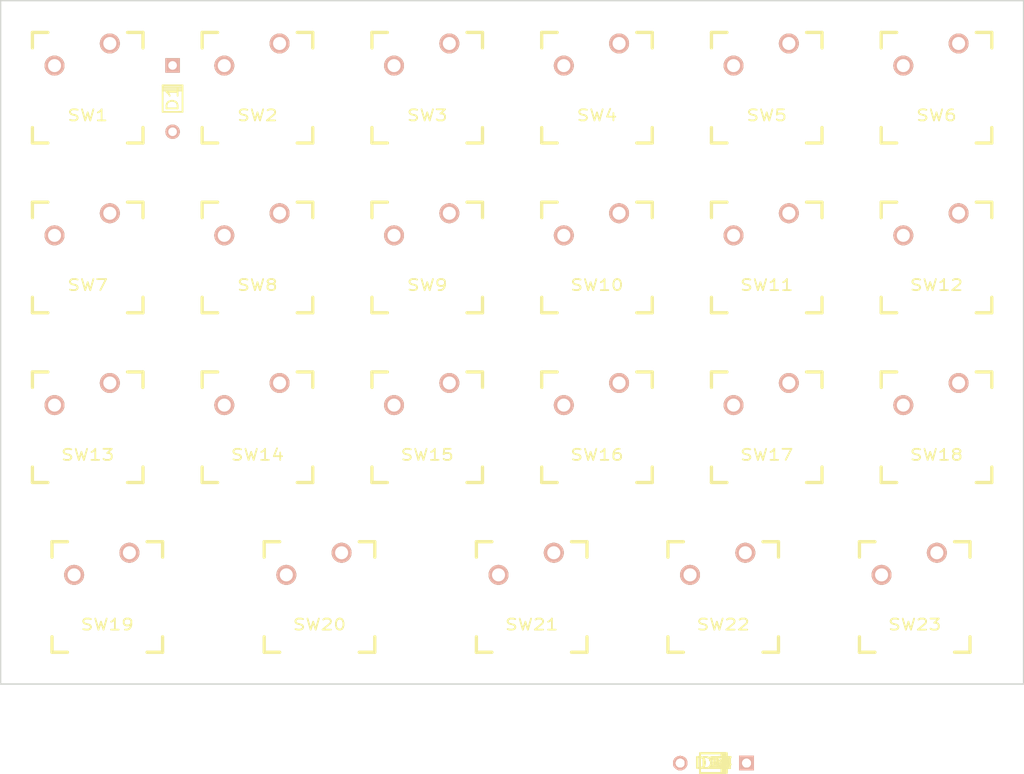
<source format=kicad_pcb>
(kicad_pcb (version 4) (host pcbnew 4.0.6)

  (general
    (links 59)
    (no_connects 30)
    (area 0 0 0 0)
    (thickness 1.6)
    (drawings 4)
    (tracks 0)
    (zones 0)
    (modules 46)
    (nets 34)
  )

  (page A4)
  (layers
    (0 F.Cu signal)
    (31 B.Cu signal)
    (32 B.Adhes user)
    (33 F.Adhes user)
    (34 B.Paste user)
    (35 F.Paste user)
    (36 B.SilkS user)
    (37 F.SilkS user)
    (38 B.Mask user)
    (39 F.Mask user)
    (40 Dwgs.User user)
    (41 Cmts.User user)
    (42 Eco1.User user)
    (43 Eco2.User user)
    (44 Edge.Cuts user)
    (45 Margin user)
    (46 B.CrtYd user)
    (47 F.CrtYd user)
    (48 B.Fab user)
    (49 F.Fab user)
  )

  (setup
    (last_trace_width 0.25)
    (trace_clearance 0.2)
    (zone_clearance 0.508)
    (zone_45_only no)
    (trace_min 0.2)
    (segment_width 0.2)
    (edge_width 0.15)
    (via_size 0.6)
    (via_drill 0.4)
    (via_min_size 0.4)
    (via_min_drill 0.3)
    (uvia_size 0.3)
    (uvia_drill 0.1)
    (uvias_allowed no)
    (uvia_min_size 0.2)
    (uvia_min_drill 0.1)
    (pcb_text_width 0.3)
    (pcb_text_size 1.5 1.5)
    (mod_edge_width 0.15)
    (mod_text_size 1 1)
    (mod_text_width 0.15)
    (pad_size 1.524 1.524)
    (pad_drill 0.762)
    (pad_to_mask_clearance 0.2)
    (aux_axis_origin 90 140)
    (grid_origin 90 140)
    (visible_elements FFFFFF7F)
    (pcbplotparams
      (layerselection 0x00030_80000001)
      (usegerberextensions false)
      (excludeedgelayer true)
      (linewidth 0.100000)
      (plotframeref false)
      (viasonmask false)
      (mode 1)
      (useauxorigin false)
      (hpglpennumber 1)
      (hpglpenspeed 20)
      (hpglpendiameter 15)
      (hpglpenoverlay 2)
      (psnegative false)
      (psa4output false)
      (plotreference true)
      (plotvalue true)
      (plotinvisibletext false)
      (padsonsilk false)
      (subtractmaskfromsilk false)
      (outputformat 1)
      (mirror false)
      (drillshape 1)
      (scaleselection 1)
      (outputdirectory ""))
  )

  (net 0 "")
  (net 1 ROW1)
  (net 2 "Net-(D1-Pad2)")
  (net 3 "Net-(D2-Pad2)")
  (net 4 "Net-(D3-Pad2)")
  (net 5 "Net-(D4-Pad2)")
  (net 6 "Net-(D5-Pad2)")
  (net 7 "Net-(D6-Pad2)")
  (net 8 ROW2)
  (net 9 "Net-(D7-Pad2)")
  (net 10 "Net-(D8-Pad2)")
  (net 11 "Net-(D9-Pad2)")
  (net 12 "Net-(D10-Pad2)")
  (net 13 "Net-(D11-Pad2)")
  (net 14 "Net-(D12-Pad2)")
  (net 15 ROW3)
  (net 16 "Net-(D13-Pad2)")
  (net 17 "Net-(D14-Pad2)")
  (net 18 "Net-(D15-Pad2)")
  (net 19 "Net-(D16-Pad2)")
  (net 20 "Net-(D17-Pad2)")
  (net 21 "Net-(D18-Pad2)")
  (net 22 ROW4)
  (net 23 "Net-(D19-Pad2)")
  (net 24 "Net-(D20-Pad2)")
  (net 25 "Net-(D21-Pad2)")
  (net 26 "Net-(D22-Pad2)")
  (net 27 "Net-(D23-Pad2)")
  (net 28 COL1)
  (net 29 COL2)
  (net 30 COL3)
  (net 31 COL4)
  (net 32 COL5)
  (net 33 COL6)

  (net_class Default "This is the default net class."
    (clearance 0.2)
    (trace_width 0.25)
    (via_dia 0.6)
    (via_drill 0.4)
    (uvia_dia 0.3)
    (uvia_drill 0.1)
    (add_net COL1)
    (add_net COL2)
    (add_net COL3)
    (add_net COL4)
    (add_net COL5)
    (add_net COL6)
    (add_net "Net-(D1-Pad2)")
    (add_net "Net-(D10-Pad2)")
    (add_net "Net-(D11-Pad2)")
    (add_net "Net-(D12-Pad2)")
    (add_net "Net-(D13-Pad2)")
    (add_net "Net-(D14-Pad2)")
    (add_net "Net-(D15-Pad2)")
    (add_net "Net-(D16-Pad2)")
    (add_net "Net-(D17-Pad2)")
    (add_net "Net-(D18-Pad2)")
    (add_net "Net-(D19-Pad2)")
    (add_net "Net-(D2-Pad2)")
    (add_net "Net-(D20-Pad2)")
    (add_net "Net-(D21-Pad2)")
    (add_net "Net-(D22-Pad2)")
    (add_net "Net-(D23-Pad2)")
    (add_net "Net-(D3-Pad2)")
    (add_net "Net-(D4-Pad2)")
    (add_net "Net-(D5-Pad2)")
    (add_net "Net-(D6-Pad2)")
    (add_net "Net-(D7-Pad2)")
    (add_net "Net-(D8-Pad2)")
    (add_net "Net-(D9-Pad2)")
    (add_net ROW1)
    (add_net ROW2)
    (add_net ROW3)
    (add_net ROW4)
  )

  (module lib_fp:DIODE (layer F.Cu) (tedit 549B02AC) (tstamp 59E6A848)
    (at 109.75 72.75 90)
    (path /59E6B18A)
    (fp_text reference D1 (at 0 0 90) (layer F.SilkS)
      (effects (font (size 1.27 1.524) (thickness 0.2032)))
    )
    (fp_text value D (at 0 0 90) (layer F.SilkS) hide
      (effects (font (size 1.27 1.524) (thickness 0.2032)))
    )
    (fp_line (start 0.9 1.1) (end 0.9 -1.1) (layer F.SilkS) (width 0.15))
    (fp_line (start 1.1 -1.1) (end 1.1 1.1) (layer F.SilkS) (width 0.15))
    (fp_line (start 1.3 -1) (end 1.3 -1.1) (layer F.SilkS) (width 0.15))
    (fp_line (start 1.3 -1.1) (end 1.3 -1) (layer F.SilkS) (width 0.15))
    (fp_line (start 1.3 1.1) (end 1.3 -1) (layer F.SilkS) (width 0.15))
    (fp_line (start -1.524 -1.143) (end 1.524 -1.143) (layer F.SilkS) (width 0.2032))
    (fp_line (start 1.524 -1.143) (end 1.524 1.143) (layer F.SilkS) (width 0.2032))
    (fp_line (start 1.524 1.143) (end -1.524 1.143) (layer F.SilkS) (width 0.2032))
    (fp_line (start -1.524 1.143) (end -1.524 -1.143) (layer F.SilkS) (width 0.2032))
    (pad 1 thru_hole circle (at -3.81 0 90) (size 1.651 1.651) (drill 0.9906) (layers *.Cu *.SilkS *.Mask)
      (net 1 ROW1))
    (pad 2 thru_hole rect (at 3.81 0 90) (size 1.651 1.651) (drill 0.9906) (layers *.Cu *.SilkS *.Mask)
      (net 2 "Net-(D1-Pad2)"))
  )

  (module lib_fp:DIODE (layer F.Cu) (tedit 549B02AC) (tstamp 59E6A84E)
    (at 171.8711 149.0832)
    (path /59E70CD9)
    (fp_text reference D2 (at 0 0) (layer F.SilkS)
      (effects (font (size 1.27 1.524) (thickness 0.2032)))
    )
    (fp_text value D (at 0 0) (layer F.SilkS) hide
      (effects (font (size 1.27 1.524) (thickness 0.2032)))
    )
    (fp_line (start 0.9 1.1) (end 0.9 -1.1) (layer F.SilkS) (width 0.15))
    (fp_line (start 1.1 -1.1) (end 1.1 1.1) (layer F.SilkS) (width 0.15))
    (fp_line (start 1.3 -1) (end 1.3 -1.1) (layer F.SilkS) (width 0.15))
    (fp_line (start 1.3 -1.1) (end 1.3 -1) (layer F.SilkS) (width 0.15))
    (fp_line (start 1.3 1.1) (end 1.3 -1) (layer F.SilkS) (width 0.15))
    (fp_line (start -1.524 -1.143) (end 1.524 -1.143) (layer F.SilkS) (width 0.2032))
    (fp_line (start 1.524 -1.143) (end 1.524 1.143) (layer F.SilkS) (width 0.2032))
    (fp_line (start 1.524 1.143) (end -1.524 1.143) (layer F.SilkS) (width 0.2032))
    (fp_line (start -1.524 1.143) (end -1.524 -1.143) (layer F.SilkS) (width 0.2032))
    (pad 1 thru_hole circle (at -3.81 0) (size 1.651 1.651) (drill 0.9906) (layers *.Cu *.SilkS *.Mask)
      (net 1 ROW1))
    (pad 2 thru_hole rect (at 3.81 0) (size 1.651 1.651) (drill 0.9906) (layers *.Cu *.SilkS *.Mask)
      (net 3 "Net-(D2-Pad2)"))
  )

  (module lib_fp:DIODE (layer F.Cu) (tedit 549B02AC) (tstamp 59E6A854)
    (at 171.8711 149.0832)
    (path /59E70DC2)
    (fp_text reference D3 (at 0 0) (layer F.SilkS)
      (effects (font (size 1.27 1.524) (thickness 0.2032)))
    )
    (fp_text value D (at 0 0) (layer F.SilkS) hide
      (effects (font (size 1.27 1.524) (thickness 0.2032)))
    )
    (fp_line (start 0.9 1.1) (end 0.9 -1.1) (layer F.SilkS) (width 0.15))
    (fp_line (start 1.1 -1.1) (end 1.1 1.1) (layer F.SilkS) (width 0.15))
    (fp_line (start 1.3 -1) (end 1.3 -1.1) (layer F.SilkS) (width 0.15))
    (fp_line (start 1.3 -1.1) (end 1.3 -1) (layer F.SilkS) (width 0.15))
    (fp_line (start 1.3 1.1) (end 1.3 -1) (layer F.SilkS) (width 0.15))
    (fp_line (start -1.524 -1.143) (end 1.524 -1.143) (layer F.SilkS) (width 0.2032))
    (fp_line (start 1.524 -1.143) (end 1.524 1.143) (layer F.SilkS) (width 0.2032))
    (fp_line (start 1.524 1.143) (end -1.524 1.143) (layer F.SilkS) (width 0.2032))
    (fp_line (start -1.524 1.143) (end -1.524 -1.143) (layer F.SilkS) (width 0.2032))
    (pad 1 thru_hole circle (at -3.81 0) (size 1.651 1.651) (drill 0.9906) (layers *.Cu *.SilkS *.Mask)
      (net 1 ROW1))
    (pad 2 thru_hole rect (at 3.81 0) (size 1.651 1.651) (drill 0.9906) (layers *.Cu *.SilkS *.Mask)
      (net 4 "Net-(D3-Pad2)"))
  )

  (module lib_fp:DIODE (layer F.Cu) (tedit 549B02AC) (tstamp 59E6A85A)
    (at 171.8711 149.0832)
    (path /59E70DCA)
    (fp_text reference D4 (at 0 0) (layer F.SilkS)
      (effects (font (size 1.27 1.524) (thickness 0.2032)))
    )
    (fp_text value D (at 0 0) (layer F.SilkS) hide
      (effects (font (size 1.27 1.524) (thickness 0.2032)))
    )
    (fp_line (start 0.9 1.1) (end 0.9 -1.1) (layer F.SilkS) (width 0.15))
    (fp_line (start 1.1 -1.1) (end 1.1 1.1) (layer F.SilkS) (width 0.15))
    (fp_line (start 1.3 -1) (end 1.3 -1.1) (layer F.SilkS) (width 0.15))
    (fp_line (start 1.3 -1.1) (end 1.3 -1) (layer F.SilkS) (width 0.15))
    (fp_line (start 1.3 1.1) (end 1.3 -1) (layer F.SilkS) (width 0.15))
    (fp_line (start -1.524 -1.143) (end 1.524 -1.143) (layer F.SilkS) (width 0.2032))
    (fp_line (start 1.524 -1.143) (end 1.524 1.143) (layer F.SilkS) (width 0.2032))
    (fp_line (start 1.524 1.143) (end -1.524 1.143) (layer F.SilkS) (width 0.2032))
    (fp_line (start -1.524 1.143) (end -1.524 -1.143) (layer F.SilkS) (width 0.2032))
    (pad 1 thru_hole circle (at -3.81 0) (size 1.651 1.651) (drill 0.9906) (layers *.Cu *.SilkS *.Mask)
      (net 1 ROW1))
    (pad 2 thru_hole rect (at 3.81 0) (size 1.651 1.651) (drill 0.9906) (layers *.Cu *.SilkS *.Mask)
      (net 5 "Net-(D4-Pad2)"))
  )

  (module lib_fp:DIODE (layer F.Cu) (tedit 549B02AC) (tstamp 59E6A860)
    (at 171.8711 149.0832)
    (path /59E70ED0)
    (fp_text reference D5 (at 0 0) (layer F.SilkS)
      (effects (font (size 1.27 1.524) (thickness 0.2032)))
    )
    (fp_text value D (at 0 0) (layer F.SilkS) hide
      (effects (font (size 1.27 1.524) (thickness 0.2032)))
    )
    (fp_line (start 0.9 1.1) (end 0.9 -1.1) (layer F.SilkS) (width 0.15))
    (fp_line (start 1.1 -1.1) (end 1.1 1.1) (layer F.SilkS) (width 0.15))
    (fp_line (start 1.3 -1) (end 1.3 -1.1) (layer F.SilkS) (width 0.15))
    (fp_line (start 1.3 -1.1) (end 1.3 -1) (layer F.SilkS) (width 0.15))
    (fp_line (start 1.3 1.1) (end 1.3 -1) (layer F.SilkS) (width 0.15))
    (fp_line (start -1.524 -1.143) (end 1.524 -1.143) (layer F.SilkS) (width 0.2032))
    (fp_line (start 1.524 -1.143) (end 1.524 1.143) (layer F.SilkS) (width 0.2032))
    (fp_line (start 1.524 1.143) (end -1.524 1.143) (layer F.SilkS) (width 0.2032))
    (fp_line (start -1.524 1.143) (end -1.524 -1.143) (layer F.SilkS) (width 0.2032))
    (pad 1 thru_hole circle (at -3.81 0) (size 1.651 1.651) (drill 0.9906) (layers *.Cu *.SilkS *.Mask)
      (net 1 ROW1))
    (pad 2 thru_hole rect (at 3.81 0) (size 1.651 1.651) (drill 0.9906) (layers *.Cu *.SilkS *.Mask)
      (net 6 "Net-(D5-Pad2)"))
  )

  (module lib_fp:DIODE (layer F.Cu) (tedit 549B02AC) (tstamp 59E6A866)
    (at 171.8711 149.0832)
    (path /59E70ED8)
    (fp_text reference D6 (at 0 0) (layer F.SilkS)
      (effects (font (size 1.27 1.524) (thickness 0.2032)))
    )
    (fp_text value D (at 0 0) (layer F.SilkS) hide
      (effects (font (size 1.27 1.524) (thickness 0.2032)))
    )
    (fp_line (start 0.9 1.1) (end 0.9 -1.1) (layer F.SilkS) (width 0.15))
    (fp_line (start 1.1 -1.1) (end 1.1 1.1) (layer F.SilkS) (width 0.15))
    (fp_line (start 1.3 -1) (end 1.3 -1.1) (layer F.SilkS) (width 0.15))
    (fp_line (start 1.3 -1.1) (end 1.3 -1) (layer F.SilkS) (width 0.15))
    (fp_line (start 1.3 1.1) (end 1.3 -1) (layer F.SilkS) (width 0.15))
    (fp_line (start -1.524 -1.143) (end 1.524 -1.143) (layer F.SilkS) (width 0.2032))
    (fp_line (start 1.524 -1.143) (end 1.524 1.143) (layer F.SilkS) (width 0.2032))
    (fp_line (start 1.524 1.143) (end -1.524 1.143) (layer F.SilkS) (width 0.2032))
    (fp_line (start -1.524 1.143) (end -1.524 -1.143) (layer F.SilkS) (width 0.2032))
    (pad 1 thru_hole circle (at -3.81 0) (size 1.651 1.651) (drill 0.9906) (layers *.Cu *.SilkS *.Mask)
      (net 1 ROW1))
    (pad 2 thru_hole rect (at 3.81 0) (size 1.651 1.651) (drill 0.9906) (layers *.Cu *.SilkS *.Mask)
      (net 7 "Net-(D6-Pad2)"))
  )

  (module lib_fp:DIODE (layer F.Cu) (tedit 549B02AC) (tstamp 59E6A86C)
    (at 171.8711 149.0832)
    (path /59E712A7)
    (fp_text reference D7 (at 0 0) (layer F.SilkS)
      (effects (font (size 1.27 1.524) (thickness 0.2032)))
    )
    (fp_text value D (at 0 0) (layer F.SilkS) hide
      (effects (font (size 1.27 1.524) (thickness 0.2032)))
    )
    (fp_line (start 0.9 1.1) (end 0.9 -1.1) (layer F.SilkS) (width 0.15))
    (fp_line (start 1.1 -1.1) (end 1.1 1.1) (layer F.SilkS) (width 0.15))
    (fp_line (start 1.3 -1) (end 1.3 -1.1) (layer F.SilkS) (width 0.15))
    (fp_line (start 1.3 -1.1) (end 1.3 -1) (layer F.SilkS) (width 0.15))
    (fp_line (start 1.3 1.1) (end 1.3 -1) (layer F.SilkS) (width 0.15))
    (fp_line (start -1.524 -1.143) (end 1.524 -1.143) (layer F.SilkS) (width 0.2032))
    (fp_line (start 1.524 -1.143) (end 1.524 1.143) (layer F.SilkS) (width 0.2032))
    (fp_line (start 1.524 1.143) (end -1.524 1.143) (layer F.SilkS) (width 0.2032))
    (fp_line (start -1.524 1.143) (end -1.524 -1.143) (layer F.SilkS) (width 0.2032))
    (pad 1 thru_hole circle (at -3.81 0) (size 1.651 1.651) (drill 0.9906) (layers *.Cu *.SilkS *.Mask)
      (net 8 ROW2))
    (pad 2 thru_hole rect (at 3.81 0) (size 1.651 1.651) (drill 0.9906) (layers *.Cu *.SilkS *.Mask)
      (net 9 "Net-(D7-Pad2)"))
  )

  (module lib_fp:DIODE (layer F.Cu) (tedit 549B02AC) (tstamp 59E6A872)
    (at 171.8711 149.0832)
    (path /59E712B9)
    (fp_text reference D8 (at 0 0) (layer F.SilkS)
      (effects (font (size 1.27 1.524) (thickness 0.2032)))
    )
    (fp_text value D (at 0 0) (layer F.SilkS) hide
      (effects (font (size 1.27 1.524) (thickness 0.2032)))
    )
    (fp_line (start 0.9 1.1) (end 0.9 -1.1) (layer F.SilkS) (width 0.15))
    (fp_line (start 1.1 -1.1) (end 1.1 1.1) (layer F.SilkS) (width 0.15))
    (fp_line (start 1.3 -1) (end 1.3 -1.1) (layer F.SilkS) (width 0.15))
    (fp_line (start 1.3 -1.1) (end 1.3 -1) (layer F.SilkS) (width 0.15))
    (fp_line (start 1.3 1.1) (end 1.3 -1) (layer F.SilkS) (width 0.15))
    (fp_line (start -1.524 -1.143) (end 1.524 -1.143) (layer F.SilkS) (width 0.2032))
    (fp_line (start 1.524 -1.143) (end 1.524 1.143) (layer F.SilkS) (width 0.2032))
    (fp_line (start 1.524 1.143) (end -1.524 1.143) (layer F.SilkS) (width 0.2032))
    (fp_line (start -1.524 1.143) (end -1.524 -1.143) (layer F.SilkS) (width 0.2032))
    (pad 1 thru_hole circle (at -3.81 0) (size 1.651 1.651) (drill 0.9906) (layers *.Cu *.SilkS *.Mask)
      (net 8 ROW2))
    (pad 2 thru_hole rect (at 3.81 0) (size 1.651 1.651) (drill 0.9906) (layers *.Cu *.SilkS *.Mask)
      (net 10 "Net-(D8-Pad2)"))
  )

  (module lib_fp:DIODE (layer F.Cu) (tedit 549B02AC) (tstamp 59E6A878)
    (at 171.8711 149.0832)
    (path /59E712BF)
    (fp_text reference D9 (at 0 0) (layer F.SilkS)
      (effects (font (size 1.27 1.524) (thickness 0.2032)))
    )
    (fp_text value D (at 0 0) (layer F.SilkS) hide
      (effects (font (size 1.27 1.524) (thickness 0.2032)))
    )
    (fp_line (start 0.9 1.1) (end 0.9 -1.1) (layer F.SilkS) (width 0.15))
    (fp_line (start 1.1 -1.1) (end 1.1 1.1) (layer F.SilkS) (width 0.15))
    (fp_line (start 1.3 -1) (end 1.3 -1.1) (layer F.SilkS) (width 0.15))
    (fp_line (start 1.3 -1.1) (end 1.3 -1) (layer F.SilkS) (width 0.15))
    (fp_line (start 1.3 1.1) (end 1.3 -1) (layer F.SilkS) (width 0.15))
    (fp_line (start -1.524 -1.143) (end 1.524 -1.143) (layer F.SilkS) (width 0.2032))
    (fp_line (start 1.524 -1.143) (end 1.524 1.143) (layer F.SilkS) (width 0.2032))
    (fp_line (start 1.524 1.143) (end -1.524 1.143) (layer F.SilkS) (width 0.2032))
    (fp_line (start -1.524 1.143) (end -1.524 -1.143) (layer F.SilkS) (width 0.2032))
    (pad 1 thru_hole circle (at -3.81 0) (size 1.651 1.651) (drill 0.9906) (layers *.Cu *.SilkS *.Mask)
      (net 8 ROW2))
    (pad 2 thru_hole rect (at 3.81 0) (size 1.651 1.651) (drill 0.9906) (layers *.Cu *.SilkS *.Mask)
      (net 11 "Net-(D9-Pad2)"))
  )

  (module lib_fp:DIODE (layer F.Cu) (tedit 549B02AC) (tstamp 59E6A87E)
    (at 171.8711 149.0832)
    (path /59E712C5)
    (fp_text reference D10 (at 0 0) (layer F.SilkS)
      (effects (font (size 1.27 1.524) (thickness 0.2032)))
    )
    (fp_text value D (at 0 0) (layer F.SilkS) hide
      (effects (font (size 1.27 1.524) (thickness 0.2032)))
    )
    (fp_line (start 0.9 1.1) (end 0.9 -1.1) (layer F.SilkS) (width 0.15))
    (fp_line (start 1.1 -1.1) (end 1.1 1.1) (layer F.SilkS) (width 0.15))
    (fp_line (start 1.3 -1) (end 1.3 -1.1) (layer F.SilkS) (width 0.15))
    (fp_line (start 1.3 -1.1) (end 1.3 -1) (layer F.SilkS) (width 0.15))
    (fp_line (start 1.3 1.1) (end 1.3 -1) (layer F.SilkS) (width 0.15))
    (fp_line (start -1.524 -1.143) (end 1.524 -1.143) (layer F.SilkS) (width 0.2032))
    (fp_line (start 1.524 -1.143) (end 1.524 1.143) (layer F.SilkS) (width 0.2032))
    (fp_line (start 1.524 1.143) (end -1.524 1.143) (layer F.SilkS) (width 0.2032))
    (fp_line (start -1.524 1.143) (end -1.524 -1.143) (layer F.SilkS) (width 0.2032))
    (pad 1 thru_hole circle (at -3.81 0) (size 1.651 1.651) (drill 0.9906) (layers *.Cu *.SilkS *.Mask)
      (net 8 ROW2))
    (pad 2 thru_hole rect (at 3.81 0) (size 1.651 1.651) (drill 0.9906) (layers *.Cu *.SilkS *.Mask)
      (net 12 "Net-(D10-Pad2)"))
  )

  (module lib_fp:DIODE (layer F.Cu) (tedit 549B02AC) (tstamp 59E6A884)
    (at 171.8711 149.0832)
    (path /59E712CB)
    (fp_text reference D11 (at 0 0) (layer F.SilkS)
      (effects (font (size 1.27 1.524) (thickness 0.2032)))
    )
    (fp_text value D (at 0 0) (layer F.SilkS) hide
      (effects (font (size 1.27 1.524) (thickness 0.2032)))
    )
    (fp_line (start 0.9 1.1) (end 0.9 -1.1) (layer F.SilkS) (width 0.15))
    (fp_line (start 1.1 -1.1) (end 1.1 1.1) (layer F.SilkS) (width 0.15))
    (fp_line (start 1.3 -1) (end 1.3 -1.1) (layer F.SilkS) (width 0.15))
    (fp_line (start 1.3 -1.1) (end 1.3 -1) (layer F.SilkS) (width 0.15))
    (fp_line (start 1.3 1.1) (end 1.3 -1) (layer F.SilkS) (width 0.15))
    (fp_line (start -1.524 -1.143) (end 1.524 -1.143) (layer F.SilkS) (width 0.2032))
    (fp_line (start 1.524 -1.143) (end 1.524 1.143) (layer F.SilkS) (width 0.2032))
    (fp_line (start 1.524 1.143) (end -1.524 1.143) (layer F.SilkS) (width 0.2032))
    (fp_line (start -1.524 1.143) (end -1.524 -1.143) (layer F.SilkS) (width 0.2032))
    (pad 1 thru_hole circle (at -3.81 0) (size 1.651 1.651) (drill 0.9906) (layers *.Cu *.SilkS *.Mask)
      (net 8 ROW2))
    (pad 2 thru_hole rect (at 3.81 0) (size 1.651 1.651) (drill 0.9906) (layers *.Cu *.SilkS *.Mask)
      (net 13 "Net-(D11-Pad2)"))
  )

  (module lib_fp:DIODE (layer F.Cu) (tedit 549B02AC) (tstamp 59E6A88A)
    (at 171.8711 149.0832)
    (path /59E712D1)
    (fp_text reference D12 (at 0 0) (layer F.SilkS)
      (effects (font (size 1.27 1.524) (thickness 0.2032)))
    )
    (fp_text value D (at 0 0) (layer F.SilkS) hide
      (effects (font (size 1.27 1.524) (thickness 0.2032)))
    )
    (fp_line (start 0.9 1.1) (end 0.9 -1.1) (layer F.SilkS) (width 0.15))
    (fp_line (start 1.1 -1.1) (end 1.1 1.1) (layer F.SilkS) (width 0.15))
    (fp_line (start 1.3 -1) (end 1.3 -1.1) (layer F.SilkS) (width 0.15))
    (fp_line (start 1.3 -1.1) (end 1.3 -1) (layer F.SilkS) (width 0.15))
    (fp_line (start 1.3 1.1) (end 1.3 -1) (layer F.SilkS) (width 0.15))
    (fp_line (start -1.524 -1.143) (end 1.524 -1.143) (layer F.SilkS) (width 0.2032))
    (fp_line (start 1.524 -1.143) (end 1.524 1.143) (layer F.SilkS) (width 0.2032))
    (fp_line (start 1.524 1.143) (end -1.524 1.143) (layer F.SilkS) (width 0.2032))
    (fp_line (start -1.524 1.143) (end -1.524 -1.143) (layer F.SilkS) (width 0.2032))
    (pad 1 thru_hole circle (at -3.81 0) (size 1.651 1.651) (drill 0.9906) (layers *.Cu *.SilkS *.Mask)
      (net 8 ROW2))
    (pad 2 thru_hole rect (at 3.81 0) (size 1.651 1.651) (drill 0.9906) (layers *.Cu *.SilkS *.Mask)
      (net 14 "Net-(D12-Pad2)"))
  )

  (module lib_fp:DIODE (layer F.Cu) (tedit 549B02AC) (tstamp 59E6A890)
    (at 171.8711 149.0832)
    (path /59E713BF)
    (fp_text reference D13 (at 0 0) (layer F.SilkS)
      (effects (font (size 1.27 1.524) (thickness 0.2032)))
    )
    (fp_text value D (at 0 0) (layer F.SilkS) hide
      (effects (font (size 1.27 1.524) (thickness 0.2032)))
    )
    (fp_line (start 0.9 1.1) (end 0.9 -1.1) (layer F.SilkS) (width 0.15))
    (fp_line (start 1.1 -1.1) (end 1.1 1.1) (layer F.SilkS) (width 0.15))
    (fp_line (start 1.3 -1) (end 1.3 -1.1) (layer F.SilkS) (width 0.15))
    (fp_line (start 1.3 -1.1) (end 1.3 -1) (layer F.SilkS) (width 0.15))
    (fp_line (start 1.3 1.1) (end 1.3 -1) (layer F.SilkS) (width 0.15))
    (fp_line (start -1.524 -1.143) (end 1.524 -1.143) (layer F.SilkS) (width 0.2032))
    (fp_line (start 1.524 -1.143) (end 1.524 1.143) (layer F.SilkS) (width 0.2032))
    (fp_line (start 1.524 1.143) (end -1.524 1.143) (layer F.SilkS) (width 0.2032))
    (fp_line (start -1.524 1.143) (end -1.524 -1.143) (layer F.SilkS) (width 0.2032))
    (pad 1 thru_hole circle (at -3.81 0) (size 1.651 1.651) (drill 0.9906) (layers *.Cu *.SilkS *.Mask)
      (net 15 ROW3))
    (pad 2 thru_hole rect (at 3.81 0) (size 1.651 1.651) (drill 0.9906) (layers *.Cu *.SilkS *.Mask)
      (net 16 "Net-(D13-Pad2)"))
  )

  (module lib_fp:DIODE (layer F.Cu) (tedit 549B02AC) (tstamp 59E6A896)
    (at 171.8711 149.0832)
    (path /59E713D1)
    (fp_text reference D14 (at 0 0) (layer F.SilkS)
      (effects (font (size 1.27 1.524) (thickness 0.2032)))
    )
    (fp_text value D (at 0 0) (layer F.SilkS) hide
      (effects (font (size 1.27 1.524) (thickness 0.2032)))
    )
    (fp_line (start 0.9 1.1) (end 0.9 -1.1) (layer F.SilkS) (width 0.15))
    (fp_line (start 1.1 -1.1) (end 1.1 1.1) (layer F.SilkS) (width 0.15))
    (fp_line (start 1.3 -1) (end 1.3 -1.1) (layer F.SilkS) (width 0.15))
    (fp_line (start 1.3 -1.1) (end 1.3 -1) (layer F.SilkS) (width 0.15))
    (fp_line (start 1.3 1.1) (end 1.3 -1) (layer F.SilkS) (width 0.15))
    (fp_line (start -1.524 -1.143) (end 1.524 -1.143) (layer F.SilkS) (width 0.2032))
    (fp_line (start 1.524 -1.143) (end 1.524 1.143) (layer F.SilkS) (width 0.2032))
    (fp_line (start 1.524 1.143) (end -1.524 1.143) (layer F.SilkS) (width 0.2032))
    (fp_line (start -1.524 1.143) (end -1.524 -1.143) (layer F.SilkS) (width 0.2032))
    (pad 1 thru_hole circle (at -3.81 0) (size 1.651 1.651) (drill 0.9906) (layers *.Cu *.SilkS *.Mask)
      (net 15 ROW3))
    (pad 2 thru_hole rect (at 3.81 0) (size 1.651 1.651) (drill 0.9906) (layers *.Cu *.SilkS *.Mask)
      (net 17 "Net-(D14-Pad2)"))
  )

  (module lib_fp:DIODE (layer F.Cu) (tedit 549B02AC) (tstamp 59E6A89C)
    (at 171.8711 149.0832)
    (path /59E713D7)
    (fp_text reference D15 (at 0 0) (layer F.SilkS)
      (effects (font (size 1.27 1.524) (thickness 0.2032)))
    )
    (fp_text value D (at 0 0) (layer F.SilkS) hide
      (effects (font (size 1.27 1.524) (thickness 0.2032)))
    )
    (fp_line (start 0.9 1.1) (end 0.9 -1.1) (layer F.SilkS) (width 0.15))
    (fp_line (start 1.1 -1.1) (end 1.1 1.1) (layer F.SilkS) (width 0.15))
    (fp_line (start 1.3 -1) (end 1.3 -1.1) (layer F.SilkS) (width 0.15))
    (fp_line (start 1.3 -1.1) (end 1.3 -1) (layer F.SilkS) (width 0.15))
    (fp_line (start 1.3 1.1) (end 1.3 -1) (layer F.SilkS) (width 0.15))
    (fp_line (start -1.524 -1.143) (end 1.524 -1.143) (layer F.SilkS) (width 0.2032))
    (fp_line (start 1.524 -1.143) (end 1.524 1.143) (layer F.SilkS) (width 0.2032))
    (fp_line (start 1.524 1.143) (end -1.524 1.143) (layer F.SilkS) (width 0.2032))
    (fp_line (start -1.524 1.143) (end -1.524 -1.143) (layer F.SilkS) (width 0.2032))
    (pad 1 thru_hole circle (at -3.81 0) (size 1.651 1.651) (drill 0.9906) (layers *.Cu *.SilkS *.Mask)
      (net 15 ROW3))
    (pad 2 thru_hole rect (at 3.81 0) (size 1.651 1.651) (drill 0.9906) (layers *.Cu *.SilkS *.Mask)
      (net 18 "Net-(D15-Pad2)"))
  )

  (module lib_fp:DIODE (layer F.Cu) (tedit 549B02AC) (tstamp 59E6A8A2)
    (at 171.8711 149.0832)
    (path /59E713DD)
    (fp_text reference D16 (at 0 0) (layer F.SilkS)
      (effects (font (size 1.27 1.524) (thickness 0.2032)))
    )
    (fp_text value D (at 0 0) (layer F.SilkS) hide
      (effects (font (size 1.27 1.524) (thickness 0.2032)))
    )
    (fp_line (start 0.9 1.1) (end 0.9 -1.1) (layer F.SilkS) (width 0.15))
    (fp_line (start 1.1 -1.1) (end 1.1 1.1) (layer F.SilkS) (width 0.15))
    (fp_line (start 1.3 -1) (end 1.3 -1.1) (layer F.SilkS) (width 0.15))
    (fp_line (start 1.3 -1.1) (end 1.3 -1) (layer F.SilkS) (width 0.15))
    (fp_line (start 1.3 1.1) (end 1.3 -1) (layer F.SilkS) (width 0.15))
    (fp_line (start -1.524 -1.143) (end 1.524 -1.143) (layer F.SilkS) (width 0.2032))
    (fp_line (start 1.524 -1.143) (end 1.524 1.143) (layer F.SilkS) (width 0.2032))
    (fp_line (start 1.524 1.143) (end -1.524 1.143) (layer F.SilkS) (width 0.2032))
    (fp_line (start -1.524 1.143) (end -1.524 -1.143) (layer F.SilkS) (width 0.2032))
    (pad 1 thru_hole circle (at -3.81 0) (size 1.651 1.651) (drill 0.9906) (layers *.Cu *.SilkS *.Mask)
      (net 15 ROW3))
    (pad 2 thru_hole rect (at 3.81 0) (size 1.651 1.651) (drill 0.9906) (layers *.Cu *.SilkS *.Mask)
      (net 19 "Net-(D16-Pad2)"))
  )

  (module lib_fp:DIODE (layer F.Cu) (tedit 549B02AC) (tstamp 59E6A8A8)
    (at 171.8711 149.0832)
    (path /59E713E3)
    (fp_text reference D17 (at 0 0) (layer F.SilkS)
      (effects (font (size 1.27 1.524) (thickness 0.2032)))
    )
    (fp_text value D (at 0 0) (layer F.SilkS) hide
      (effects (font (size 1.27 1.524) (thickness 0.2032)))
    )
    (fp_line (start 0.9 1.1) (end 0.9 -1.1) (layer F.SilkS) (width 0.15))
    (fp_line (start 1.1 -1.1) (end 1.1 1.1) (layer F.SilkS) (width 0.15))
    (fp_line (start 1.3 -1) (end 1.3 -1.1) (layer F.SilkS) (width 0.15))
    (fp_line (start 1.3 -1.1) (end 1.3 -1) (layer F.SilkS) (width 0.15))
    (fp_line (start 1.3 1.1) (end 1.3 -1) (layer F.SilkS) (width 0.15))
    (fp_line (start -1.524 -1.143) (end 1.524 -1.143) (layer F.SilkS) (width 0.2032))
    (fp_line (start 1.524 -1.143) (end 1.524 1.143) (layer F.SilkS) (width 0.2032))
    (fp_line (start 1.524 1.143) (end -1.524 1.143) (layer F.SilkS) (width 0.2032))
    (fp_line (start -1.524 1.143) (end -1.524 -1.143) (layer F.SilkS) (width 0.2032))
    (pad 1 thru_hole circle (at -3.81 0) (size 1.651 1.651) (drill 0.9906) (layers *.Cu *.SilkS *.Mask)
      (net 15 ROW3))
    (pad 2 thru_hole rect (at 3.81 0) (size 1.651 1.651) (drill 0.9906) (layers *.Cu *.SilkS *.Mask)
      (net 20 "Net-(D17-Pad2)"))
  )

  (module lib_fp:DIODE (layer F.Cu) (tedit 549B02AC) (tstamp 59E6A8AE)
    (at 171.8711 149.0832)
    (path /59E713E9)
    (fp_text reference D18 (at 0 0) (layer F.SilkS)
      (effects (font (size 1.27 1.524) (thickness 0.2032)))
    )
    (fp_text value D (at 0 0) (layer F.SilkS) hide
      (effects (font (size 1.27 1.524) (thickness 0.2032)))
    )
    (fp_line (start 0.9 1.1) (end 0.9 -1.1) (layer F.SilkS) (width 0.15))
    (fp_line (start 1.1 -1.1) (end 1.1 1.1) (layer F.SilkS) (width 0.15))
    (fp_line (start 1.3 -1) (end 1.3 -1.1) (layer F.SilkS) (width 0.15))
    (fp_line (start 1.3 -1.1) (end 1.3 -1) (layer F.SilkS) (width 0.15))
    (fp_line (start 1.3 1.1) (end 1.3 -1) (layer F.SilkS) (width 0.15))
    (fp_line (start -1.524 -1.143) (end 1.524 -1.143) (layer F.SilkS) (width 0.2032))
    (fp_line (start 1.524 -1.143) (end 1.524 1.143) (layer F.SilkS) (width 0.2032))
    (fp_line (start 1.524 1.143) (end -1.524 1.143) (layer F.SilkS) (width 0.2032))
    (fp_line (start -1.524 1.143) (end -1.524 -1.143) (layer F.SilkS) (width 0.2032))
    (pad 1 thru_hole circle (at -3.81 0) (size 1.651 1.651) (drill 0.9906) (layers *.Cu *.SilkS *.Mask)
      (net 15 ROW3))
    (pad 2 thru_hole rect (at 3.81 0) (size 1.651 1.651) (drill 0.9906) (layers *.Cu *.SilkS *.Mask)
      (net 21 "Net-(D18-Pad2)"))
  )

  (module lib_fp:DIODE (layer F.Cu) (tedit 549B02AC) (tstamp 59E6A8B4)
    (at 171.8711 149.0832)
    (path /59E7151F)
    (fp_text reference D19 (at 0 0) (layer F.SilkS)
      (effects (font (size 1.27 1.524) (thickness 0.2032)))
    )
    (fp_text value D (at 0 0) (layer F.SilkS) hide
      (effects (font (size 1.27 1.524) (thickness 0.2032)))
    )
    (fp_line (start 0.9 1.1) (end 0.9 -1.1) (layer F.SilkS) (width 0.15))
    (fp_line (start 1.1 -1.1) (end 1.1 1.1) (layer F.SilkS) (width 0.15))
    (fp_line (start 1.3 -1) (end 1.3 -1.1) (layer F.SilkS) (width 0.15))
    (fp_line (start 1.3 -1.1) (end 1.3 -1) (layer F.SilkS) (width 0.15))
    (fp_line (start 1.3 1.1) (end 1.3 -1) (layer F.SilkS) (width 0.15))
    (fp_line (start -1.524 -1.143) (end 1.524 -1.143) (layer F.SilkS) (width 0.2032))
    (fp_line (start 1.524 -1.143) (end 1.524 1.143) (layer F.SilkS) (width 0.2032))
    (fp_line (start 1.524 1.143) (end -1.524 1.143) (layer F.SilkS) (width 0.2032))
    (fp_line (start -1.524 1.143) (end -1.524 -1.143) (layer F.SilkS) (width 0.2032))
    (pad 1 thru_hole circle (at -3.81 0) (size 1.651 1.651) (drill 0.9906) (layers *.Cu *.SilkS *.Mask)
      (net 22 ROW4))
    (pad 2 thru_hole rect (at 3.81 0) (size 1.651 1.651) (drill 0.9906) (layers *.Cu *.SilkS *.Mask)
      (net 23 "Net-(D19-Pad2)"))
  )

  (module lib_fp:DIODE (layer F.Cu) (tedit 549B02AC) (tstamp 59E6A8BA)
    (at 171.8711 149.0832)
    (path /59E71531)
    (fp_text reference D20 (at 0 0) (layer F.SilkS)
      (effects (font (size 1.27 1.524) (thickness 0.2032)))
    )
    (fp_text value D (at 0 0) (layer F.SilkS) hide
      (effects (font (size 1.27 1.524) (thickness 0.2032)))
    )
    (fp_line (start 0.9 1.1) (end 0.9 -1.1) (layer F.SilkS) (width 0.15))
    (fp_line (start 1.1 -1.1) (end 1.1 1.1) (layer F.SilkS) (width 0.15))
    (fp_line (start 1.3 -1) (end 1.3 -1.1) (layer F.SilkS) (width 0.15))
    (fp_line (start 1.3 -1.1) (end 1.3 -1) (layer F.SilkS) (width 0.15))
    (fp_line (start 1.3 1.1) (end 1.3 -1) (layer F.SilkS) (width 0.15))
    (fp_line (start -1.524 -1.143) (end 1.524 -1.143) (layer F.SilkS) (width 0.2032))
    (fp_line (start 1.524 -1.143) (end 1.524 1.143) (layer F.SilkS) (width 0.2032))
    (fp_line (start 1.524 1.143) (end -1.524 1.143) (layer F.SilkS) (width 0.2032))
    (fp_line (start -1.524 1.143) (end -1.524 -1.143) (layer F.SilkS) (width 0.2032))
    (pad 1 thru_hole circle (at -3.81 0) (size 1.651 1.651) (drill 0.9906) (layers *.Cu *.SilkS *.Mask)
      (net 22 ROW4))
    (pad 2 thru_hole rect (at 3.81 0) (size 1.651 1.651) (drill 0.9906) (layers *.Cu *.SilkS *.Mask)
      (net 24 "Net-(D20-Pad2)"))
  )

  (module lib_fp:DIODE (layer F.Cu) (tedit 549B02AC) (tstamp 59E6A8C0)
    (at 171.8711 149.0832)
    (path /59E71537)
    (fp_text reference D21 (at 0 0) (layer F.SilkS)
      (effects (font (size 1.27 1.524) (thickness 0.2032)))
    )
    (fp_text value D (at 0 0) (layer F.SilkS) hide
      (effects (font (size 1.27 1.524) (thickness 0.2032)))
    )
    (fp_line (start 0.9 1.1) (end 0.9 -1.1) (layer F.SilkS) (width 0.15))
    (fp_line (start 1.1 -1.1) (end 1.1 1.1) (layer F.SilkS) (width 0.15))
    (fp_line (start 1.3 -1) (end 1.3 -1.1) (layer F.SilkS) (width 0.15))
    (fp_line (start 1.3 -1.1) (end 1.3 -1) (layer F.SilkS) (width 0.15))
    (fp_line (start 1.3 1.1) (end 1.3 -1) (layer F.SilkS) (width 0.15))
    (fp_line (start -1.524 -1.143) (end 1.524 -1.143) (layer F.SilkS) (width 0.2032))
    (fp_line (start 1.524 -1.143) (end 1.524 1.143) (layer F.SilkS) (width 0.2032))
    (fp_line (start 1.524 1.143) (end -1.524 1.143) (layer F.SilkS) (width 0.2032))
    (fp_line (start -1.524 1.143) (end -1.524 -1.143) (layer F.SilkS) (width 0.2032))
    (pad 1 thru_hole circle (at -3.81 0) (size 1.651 1.651) (drill 0.9906) (layers *.Cu *.SilkS *.Mask)
      (net 22 ROW4))
    (pad 2 thru_hole rect (at 3.81 0) (size 1.651 1.651) (drill 0.9906) (layers *.Cu *.SilkS *.Mask)
      (net 25 "Net-(D21-Pad2)"))
  )

  (module lib_fp:DIODE (layer F.Cu) (tedit 549B02AC) (tstamp 59E6A8C6)
    (at 171.8711 149.0832)
    (path /59E71543)
    (fp_text reference D22 (at 0 0) (layer F.SilkS)
      (effects (font (size 1.27 1.524) (thickness 0.2032)))
    )
    (fp_text value D (at 0 0) (layer F.SilkS) hide
      (effects (font (size 1.27 1.524) (thickness 0.2032)))
    )
    (fp_line (start 0.9 1.1) (end 0.9 -1.1) (layer F.SilkS) (width 0.15))
    (fp_line (start 1.1 -1.1) (end 1.1 1.1) (layer F.SilkS) (width 0.15))
    (fp_line (start 1.3 -1) (end 1.3 -1.1) (layer F.SilkS) (width 0.15))
    (fp_line (start 1.3 -1.1) (end 1.3 -1) (layer F.SilkS) (width 0.15))
    (fp_line (start 1.3 1.1) (end 1.3 -1) (layer F.SilkS) (width 0.15))
    (fp_line (start -1.524 -1.143) (end 1.524 -1.143) (layer F.SilkS) (width 0.2032))
    (fp_line (start 1.524 -1.143) (end 1.524 1.143) (layer F.SilkS) (width 0.2032))
    (fp_line (start 1.524 1.143) (end -1.524 1.143) (layer F.SilkS) (width 0.2032))
    (fp_line (start -1.524 1.143) (end -1.524 -1.143) (layer F.SilkS) (width 0.2032))
    (pad 1 thru_hole circle (at -3.81 0) (size 1.651 1.651) (drill 0.9906) (layers *.Cu *.SilkS *.Mask)
      (net 22 ROW4))
    (pad 2 thru_hole rect (at 3.81 0) (size 1.651 1.651) (drill 0.9906) (layers *.Cu *.SilkS *.Mask)
      (net 26 "Net-(D22-Pad2)"))
  )

  (module lib_fp:DIODE (layer F.Cu) (tedit 549B02AC) (tstamp 59E6A8CC)
    (at 171.8711 149.0832)
    (path /59E71549)
    (fp_text reference D23 (at 0 0) (layer F.SilkS)
      (effects (font (size 1.27 1.524) (thickness 0.2032)))
    )
    (fp_text value D (at 0 0) (layer F.SilkS) hide
      (effects (font (size 1.27 1.524) (thickness 0.2032)))
    )
    (fp_line (start 0.9 1.1) (end 0.9 -1.1) (layer F.SilkS) (width 0.15))
    (fp_line (start 1.1 -1.1) (end 1.1 1.1) (layer F.SilkS) (width 0.15))
    (fp_line (start 1.3 -1) (end 1.3 -1.1) (layer F.SilkS) (width 0.15))
    (fp_line (start 1.3 -1.1) (end 1.3 -1) (layer F.SilkS) (width 0.15))
    (fp_line (start 1.3 1.1) (end 1.3 -1) (layer F.SilkS) (width 0.15))
    (fp_line (start -1.524 -1.143) (end 1.524 -1.143) (layer F.SilkS) (width 0.2032))
    (fp_line (start 1.524 -1.143) (end 1.524 1.143) (layer F.SilkS) (width 0.2032))
    (fp_line (start 1.524 1.143) (end -1.524 1.143) (layer F.SilkS) (width 0.2032))
    (fp_line (start -1.524 1.143) (end -1.524 -1.143) (layer F.SilkS) (width 0.2032))
    (pad 1 thru_hole circle (at -3.81 0) (size 1.651 1.651) (drill 0.9906) (layers *.Cu *.SilkS *.Mask)
      (net 22 ROW4))
    (pad 2 thru_hole rect (at 3.81 0) (size 1.651 1.651) (drill 0.9906) (layers *.Cu *.SilkS *.Mask)
      (net 27 "Net-(D23-Pad2)"))
  )

  (module Keyboard:CHERRY_PCB_100H (layer F.Cu) (tedit 549A0505) (tstamp 59E6A8EA)
    (at 100 71.5)
    (path /59E6B095)
    (fp_text reference SW1 (at 0 3.175) (layer F.SilkS)
      (effects (font (size 1.27 1.524) (thickness 0.2032)))
    )
    (fp_text value SW_PUSH (at 0 5.08) (layer F.SilkS) hide
      (effects (font (size 1.27 1.524) (thickness 0.2032)))
    )
    (fp_text user 1.00u (at -5.715 8.255) (layer Dwgs.User)
      (effects (font (thickness 0.3048)))
    )
    (fp_line (start -6.35 -6.35) (end 6.35 -6.35) (layer Cmts.User) (width 0.1524))
    (fp_line (start 6.35 -6.35) (end 6.35 6.35) (layer Cmts.User) (width 0.1524))
    (fp_line (start 6.35 6.35) (end -6.35 6.35) (layer Cmts.User) (width 0.1524))
    (fp_line (start -6.35 6.35) (end -6.35 -6.35) (layer Cmts.User) (width 0.1524))
    (fp_line (start -9.398 -9.398) (end 9.398 -9.398) (layer Dwgs.User) (width 0.1524))
    (fp_line (start 9.398 -9.398) (end 9.398 9.398) (layer Dwgs.User) (width 0.1524))
    (fp_line (start 9.398 9.398) (end -9.398 9.398) (layer Dwgs.User) (width 0.1524))
    (fp_line (start -9.398 9.398) (end -9.398 -9.398) (layer Dwgs.User) (width 0.1524))
    (fp_line (start -6.35 -6.35) (end -4.572 -6.35) (layer F.SilkS) (width 0.381))
    (fp_line (start 4.572 -6.35) (end 6.35 -6.35) (layer F.SilkS) (width 0.381))
    (fp_line (start 6.35 -6.35) (end 6.35 -4.572) (layer F.SilkS) (width 0.381))
    (fp_line (start 6.35 4.572) (end 6.35 6.35) (layer F.SilkS) (width 0.381))
    (fp_line (start 6.35 6.35) (end 4.572 6.35) (layer F.SilkS) (width 0.381))
    (fp_line (start -4.572 6.35) (end -6.35 6.35) (layer F.SilkS) (width 0.381))
    (fp_line (start -6.35 6.35) (end -6.35 4.572) (layer F.SilkS) (width 0.381))
    (fp_line (start -6.35 -4.572) (end -6.35 -6.35) (layer F.SilkS) (width 0.381))
    (fp_line (start -6.985 -6.985) (end 6.985 -6.985) (layer Eco2.User) (width 0.1524))
    (fp_line (start 6.985 -6.985) (end 6.985 6.985) (layer Eco2.User) (width 0.1524))
    (fp_line (start 6.985 6.985) (end -6.985 6.985) (layer Eco2.User) (width 0.1524))
    (fp_line (start -6.985 6.985) (end -6.985 -6.985) (layer Eco2.User) (width 0.1524))
    (pad 1 thru_hole circle (at 2.54 -5.08) (size 2.286 2.286) (drill 1.4986) (layers *.Cu *.SilkS *.Mask)
      (net 28 COL1))
    (pad 2 thru_hole circle (at -3.81 -2.54) (size 2.286 2.286) (drill 1.4986) (layers *.Cu *.SilkS *.Mask)
      (net 2 "Net-(D1-Pad2)"))
    (pad HOLE np_thru_hole circle (at 0 0) (size 3.9878 3.9878) (drill 3.9878) (layers *.Cu))
    (pad HOLE np_thru_hole circle (at -5.08 0) (size 1.7018 1.7018) (drill 1.7018) (layers *.Cu))
    (pad HOLE np_thru_hole circle (at 5.08 0) (size 1.7018 1.7018) (drill 1.7018) (layers *.Cu))
  )

  (module Keyboard:CHERRY_PCB_100H (layer F.Cu) (tedit 549A0505) (tstamp 59E6A908)
    (at 119.5 71.5)
    (path /59E6BBE4)
    (fp_text reference SW2 (at 0 3.175) (layer F.SilkS)
      (effects (font (size 1.27 1.524) (thickness 0.2032)))
    )
    (fp_text value SW_PUSH (at 0 5.08) (layer F.SilkS) hide
      (effects (font (size 1.27 1.524) (thickness 0.2032)))
    )
    (fp_text user 1.00u (at -5.715 8.255) (layer Dwgs.User)
      (effects (font (thickness 0.3048)))
    )
    (fp_line (start -6.35 -6.35) (end 6.35 -6.35) (layer Cmts.User) (width 0.1524))
    (fp_line (start 6.35 -6.35) (end 6.35 6.35) (layer Cmts.User) (width 0.1524))
    (fp_line (start 6.35 6.35) (end -6.35 6.35) (layer Cmts.User) (width 0.1524))
    (fp_line (start -6.35 6.35) (end -6.35 -6.35) (layer Cmts.User) (width 0.1524))
    (fp_line (start -9.398 -9.398) (end 9.398 -9.398) (layer Dwgs.User) (width 0.1524))
    (fp_line (start 9.398 -9.398) (end 9.398 9.398) (layer Dwgs.User) (width 0.1524))
    (fp_line (start 9.398 9.398) (end -9.398 9.398) (layer Dwgs.User) (width 0.1524))
    (fp_line (start -9.398 9.398) (end -9.398 -9.398) (layer Dwgs.User) (width 0.1524))
    (fp_line (start -6.35 -6.35) (end -4.572 -6.35) (layer F.SilkS) (width 0.381))
    (fp_line (start 4.572 -6.35) (end 6.35 -6.35) (layer F.SilkS) (width 0.381))
    (fp_line (start 6.35 -6.35) (end 6.35 -4.572) (layer F.SilkS) (width 0.381))
    (fp_line (start 6.35 4.572) (end 6.35 6.35) (layer F.SilkS) (width 0.381))
    (fp_line (start 6.35 6.35) (end 4.572 6.35) (layer F.SilkS) (width 0.381))
    (fp_line (start -4.572 6.35) (end -6.35 6.35) (layer F.SilkS) (width 0.381))
    (fp_line (start -6.35 6.35) (end -6.35 4.572) (layer F.SilkS) (width 0.381))
    (fp_line (start -6.35 -4.572) (end -6.35 -6.35) (layer F.SilkS) (width 0.381))
    (fp_line (start -6.985 -6.985) (end 6.985 -6.985) (layer Eco2.User) (width 0.1524))
    (fp_line (start 6.985 -6.985) (end 6.985 6.985) (layer Eco2.User) (width 0.1524))
    (fp_line (start 6.985 6.985) (end -6.985 6.985) (layer Eco2.User) (width 0.1524))
    (fp_line (start -6.985 6.985) (end -6.985 -6.985) (layer Eco2.User) (width 0.1524))
    (pad 1 thru_hole circle (at 2.54 -5.08) (size 2.286 2.286) (drill 1.4986) (layers *.Cu *.SilkS *.Mask)
      (net 29 COL2))
    (pad 2 thru_hole circle (at -3.81 -2.54) (size 2.286 2.286) (drill 1.4986) (layers *.Cu *.SilkS *.Mask)
      (net 3 "Net-(D2-Pad2)"))
    (pad HOLE np_thru_hole circle (at 0 0) (size 3.9878 3.9878) (drill 3.9878) (layers *.Cu))
    (pad HOLE np_thru_hole circle (at -5.08 0) (size 1.7018 1.7018) (drill 1.7018) (layers *.Cu))
    (pad HOLE np_thru_hole circle (at 5.08 0) (size 1.7018 1.7018) (drill 1.7018) (layers *.Cu))
  )

  (module Keyboard:CHERRY_PCB_100H (layer F.Cu) (tedit 549A0505) (tstamp 59E6A926)
    (at 139 71.5)
    (path /59E6C1F8)
    (fp_text reference SW3 (at 0 3.175) (layer F.SilkS)
      (effects (font (size 1.27 1.524) (thickness 0.2032)))
    )
    (fp_text value SW_PUSH (at 0 5.08) (layer F.SilkS) hide
      (effects (font (size 1.27 1.524) (thickness 0.2032)))
    )
    (fp_text user 1.00u (at -5.715 8.255) (layer Dwgs.User)
      (effects (font (thickness 0.3048)))
    )
    (fp_line (start -6.35 -6.35) (end 6.35 -6.35) (layer Cmts.User) (width 0.1524))
    (fp_line (start 6.35 -6.35) (end 6.35 6.35) (layer Cmts.User) (width 0.1524))
    (fp_line (start 6.35 6.35) (end -6.35 6.35) (layer Cmts.User) (width 0.1524))
    (fp_line (start -6.35 6.35) (end -6.35 -6.35) (layer Cmts.User) (width 0.1524))
    (fp_line (start -9.398 -9.398) (end 9.398 -9.398) (layer Dwgs.User) (width 0.1524))
    (fp_line (start 9.398 -9.398) (end 9.398 9.398) (layer Dwgs.User) (width 0.1524))
    (fp_line (start 9.398 9.398) (end -9.398 9.398) (layer Dwgs.User) (width 0.1524))
    (fp_line (start -9.398 9.398) (end -9.398 -9.398) (layer Dwgs.User) (width 0.1524))
    (fp_line (start -6.35 -6.35) (end -4.572 -6.35) (layer F.SilkS) (width 0.381))
    (fp_line (start 4.572 -6.35) (end 6.35 -6.35) (layer F.SilkS) (width 0.381))
    (fp_line (start 6.35 -6.35) (end 6.35 -4.572) (layer F.SilkS) (width 0.381))
    (fp_line (start 6.35 4.572) (end 6.35 6.35) (layer F.SilkS) (width 0.381))
    (fp_line (start 6.35 6.35) (end 4.572 6.35) (layer F.SilkS) (width 0.381))
    (fp_line (start -4.572 6.35) (end -6.35 6.35) (layer F.SilkS) (width 0.381))
    (fp_line (start -6.35 6.35) (end -6.35 4.572) (layer F.SilkS) (width 0.381))
    (fp_line (start -6.35 -4.572) (end -6.35 -6.35) (layer F.SilkS) (width 0.381))
    (fp_line (start -6.985 -6.985) (end 6.985 -6.985) (layer Eco2.User) (width 0.1524))
    (fp_line (start 6.985 -6.985) (end 6.985 6.985) (layer Eco2.User) (width 0.1524))
    (fp_line (start 6.985 6.985) (end -6.985 6.985) (layer Eco2.User) (width 0.1524))
    (fp_line (start -6.985 6.985) (end -6.985 -6.985) (layer Eco2.User) (width 0.1524))
    (pad 1 thru_hole circle (at 2.54 -5.08) (size 2.286 2.286) (drill 1.4986) (layers *.Cu *.SilkS *.Mask)
      (net 30 COL3))
    (pad 2 thru_hole circle (at -3.81 -2.54) (size 2.286 2.286) (drill 1.4986) (layers *.Cu *.SilkS *.Mask)
      (net 4 "Net-(D3-Pad2)"))
    (pad HOLE np_thru_hole circle (at 0 0) (size 3.9878 3.9878) (drill 3.9878) (layers *.Cu))
    (pad HOLE np_thru_hole circle (at -5.08 0) (size 1.7018 1.7018) (drill 1.7018) (layers *.Cu))
    (pad HOLE np_thru_hole circle (at 5.08 0) (size 1.7018 1.7018) (drill 1.7018) (layers *.Cu))
  )

  (module Keyboard:CHERRY_PCB_100H (layer F.Cu) (tedit 549A0505) (tstamp 59E6A944)
    (at 158.5 71.5)
    (path /59E6C413)
    (fp_text reference SW4 (at 0 3.175) (layer F.SilkS)
      (effects (font (size 1.27 1.524) (thickness 0.2032)))
    )
    (fp_text value SW_PUSH (at 0 5.08) (layer F.SilkS) hide
      (effects (font (size 1.27 1.524) (thickness 0.2032)))
    )
    (fp_text user 1.00u (at -5.715 8.255) (layer Dwgs.User)
      (effects (font (thickness 0.3048)))
    )
    (fp_line (start -6.35 -6.35) (end 6.35 -6.35) (layer Cmts.User) (width 0.1524))
    (fp_line (start 6.35 -6.35) (end 6.35 6.35) (layer Cmts.User) (width 0.1524))
    (fp_line (start 6.35 6.35) (end -6.35 6.35) (layer Cmts.User) (width 0.1524))
    (fp_line (start -6.35 6.35) (end -6.35 -6.35) (layer Cmts.User) (width 0.1524))
    (fp_line (start -9.398 -9.398) (end 9.398 -9.398) (layer Dwgs.User) (width 0.1524))
    (fp_line (start 9.398 -9.398) (end 9.398 9.398) (layer Dwgs.User) (width 0.1524))
    (fp_line (start 9.398 9.398) (end -9.398 9.398) (layer Dwgs.User) (width 0.1524))
    (fp_line (start -9.398 9.398) (end -9.398 -9.398) (layer Dwgs.User) (width 0.1524))
    (fp_line (start -6.35 -6.35) (end -4.572 -6.35) (layer F.SilkS) (width 0.381))
    (fp_line (start 4.572 -6.35) (end 6.35 -6.35) (layer F.SilkS) (width 0.381))
    (fp_line (start 6.35 -6.35) (end 6.35 -4.572) (layer F.SilkS) (width 0.381))
    (fp_line (start 6.35 4.572) (end 6.35 6.35) (layer F.SilkS) (width 0.381))
    (fp_line (start 6.35 6.35) (end 4.572 6.35) (layer F.SilkS) (width 0.381))
    (fp_line (start -4.572 6.35) (end -6.35 6.35) (layer F.SilkS) (width 0.381))
    (fp_line (start -6.35 6.35) (end -6.35 4.572) (layer F.SilkS) (width 0.381))
    (fp_line (start -6.35 -4.572) (end -6.35 -6.35) (layer F.SilkS) (width 0.381))
    (fp_line (start -6.985 -6.985) (end 6.985 -6.985) (layer Eco2.User) (width 0.1524))
    (fp_line (start 6.985 -6.985) (end 6.985 6.985) (layer Eco2.User) (width 0.1524))
    (fp_line (start 6.985 6.985) (end -6.985 6.985) (layer Eco2.User) (width 0.1524))
    (fp_line (start -6.985 6.985) (end -6.985 -6.985) (layer Eco2.User) (width 0.1524))
    (pad 1 thru_hole circle (at 2.54 -5.08) (size 2.286 2.286) (drill 1.4986) (layers *.Cu *.SilkS *.Mask)
      (net 31 COL4))
    (pad 2 thru_hole circle (at -3.81 -2.54) (size 2.286 2.286) (drill 1.4986) (layers *.Cu *.SilkS *.Mask)
      (net 5 "Net-(D4-Pad2)"))
    (pad HOLE np_thru_hole circle (at 0 0) (size 3.9878 3.9878) (drill 3.9878) (layers *.Cu))
    (pad HOLE np_thru_hole circle (at -5.08 0) (size 1.7018 1.7018) (drill 1.7018) (layers *.Cu))
    (pad HOLE np_thru_hole circle (at 5.08 0) (size 1.7018 1.7018) (drill 1.7018) (layers *.Cu))
  )

  (module Keyboard:CHERRY_PCB_100H (layer F.Cu) (tedit 549A0505) (tstamp 59E6A962)
    (at 178 71.5)
    (path /59E6C646)
    (fp_text reference SW5 (at 0 3.175) (layer F.SilkS)
      (effects (font (size 1.27 1.524) (thickness 0.2032)))
    )
    (fp_text value SW_PUSH (at 0 5.08) (layer F.SilkS) hide
      (effects (font (size 1.27 1.524) (thickness 0.2032)))
    )
    (fp_text user 1.00u (at -5.715 8.255) (layer Dwgs.User)
      (effects (font (thickness 0.3048)))
    )
    (fp_line (start -6.35 -6.35) (end 6.35 -6.35) (layer Cmts.User) (width 0.1524))
    (fp_line (start 6.35 -6.35) (end 6.35 6.35) (layer Cmts.User) (width 0.1524))
    (fp_line (start 6.35 6.35) (end -6.35 6.35) (layer Cmts.User) (width 0.1524))
    (fp_line (start -6.35 6.35) (end -6.35 -6.35) (layer Cmts.User) (width 0.1524))
    (fp_line (start -9.398 -9.398) (end 9.398 -9.398) (layer Dwgs.User) (width 0.1524))
    (fp_line (start 9.398 -9.398) (end 9.398 9.398) (layer Dwgs.User) (width 0.1524))
    (fp_line (start 9.398 9.398) (end -9.398 9.398) (layer Dwgs.User) (width 0.1524))
    (fp_line (start -9.398 9.398) (end -9.398 -9.398) (layer Dwgs.User) (width 0.1524))
    (fp_line (start -6.35 -6.35) (end -4.572 -6.35) (layer F.SilkS) (width 0.381))
    (fp_line (start 4.572 -6.35) (end 6.35 -6.35) (layer F.SilkS) (width 0.381))
    (fp_line (start 6.35 -6.35) (end 6.35 -4.572) (layer F.SilkS) (width 0.381))
    (fp_line (start 6.35 4.572) (end 6.35 6.35) (layer F.SilkS) (width 0.381))
    (fp_line (start 6.35 6.35) (end 4.572 6.35) (layer F.SilkS) (width 0.381))
    (fp_line (start -4.572 6.35) (end -6.35 6.35) (layer F.SilkS) (width 0.381))
    (fp_line (start -6.35 6.35) (end -6.35 4.572) (layer F.SilkS) (width 0.381))
    (fp_line (start -6.35 -4.572) (end -6.35 -6.35) (layer F.SilkS) (width 0.381))
    (fp_line (start -6.985 -6.985) (end 6.985 -6.985) (layer Eco2.User) (width 0.1524))
    (fp_line (start 6.985 -6.985) (end 6.985 6.985) (layer Eco2.User) (width 0.1524))
    (fp_line (start 6.985 6.985) (end -6.985 6.985) (layer Eco2.User) (width 0.1524))
    (fp_line (start -6.985 6.985) (end -6.985 -6.985) (layer Eco2.User) (width 0.1524))
    (pad 1 thru_hole circle (at 2.54 -5.08) (size 2.286 2.286) (drill 1.4986) (layers *.Cu *.SilkS *.Mask)
      (net 32 COL5))
    (pad 2 thru_hole circle (at -3.81 -2.54) (size 2.286 2.286) (drill 1.4986) (layers *.Cu *.SilkS *.Mask)
      (net 6 "Net-(D5-Pad2)"))
    (pad HOLE np_thru_hole circle (at 0 0) (size 3.9878 3.9878) (drill 3.9878) (layers *.Cu))
    (pad HOLE np_thru_hole circle (at -5.08 0) (size 1.7018 1.7018) (drill 1.7018) (layers *.Cu))
    (pad HOLE np_thru_hole circle (at 5.08 0) (size 1.7018 1.7018) (drill 1.7018) (layers *.Cu))
  )

  (module Keyboard:CHERRY_PCB_100H (layer F.Cu) (tedit 549A0505) (tstamp 59E6A980)
    (at 197.5 71.5)
    (path /59E6CA89)
    (fp_text reference SW6 (at 0 3.175) (layer F.SilkS)
      (effects (font (size 1.27 1.524) (thickness 0.2032)))
    )
    (fp_text value SW_PUSH (at 0 5.08) (layer F.SilkS) hide
      (effects (font (size 1.27 1.524) (thickness 0.2032)))
    )
    (fp_text user 1.00u (at -5.715 8.255) (layer Dwgs.User)
      (effects (font (thickness 0.3048)))
    )
    (fp_line (start -6.35 -6.35) (end 6.35 -6.35) (layer Cmts.User) (width 0.1524))
    (fp_line (start 6.35 -6.35) (end 6.35 6.35) (layer Cmts.User) (width 0.1524))
    (fp_line (start 6.35 6.35) (end -6.35 6.35) (layer Cmts.User) (width 0.1524))
    (fp_line (start -6.35 6.35) (end -6.35 -6.35) (layer Cmts.User) (width 0.1524))
    (fp_line (start -9.398 -9.398) (end 9.398 -9.398) (layer Dwgs.User) (width 0.1524))
    (fp_line (start 9.398 -9.398) (end 9.398 9.398) (layer Dwgs.User) (width 0.1524))
    (fp_line (start 9.398 9.398) (end -9.398 9.398) (layer Dwgs.User) (width 0.1524))
    (fp_line (start -9.398 9.398) (end -9.398 -9.398) (layer Dwgs.User) (width 0.1524))
    (fp_line (start -6.35 -6.35) (end -4.572 -6.35) (layer F.SilkS) (width 0.381))
    (fp_line (start 4.572 -6.35) (end 6.35 -6.35) (layer F.SilkS) (width 0.381))
    (fp_line (start 6.35 -6.35) (end 6.35 -4.572) (layer F.SilkS) (width 0.381))
    (fp_line (start 6.35 4.572) (end 6.35 6.35) (layer F.SilkS) (width 0.381))
    (fp_line (start 6.35 6.35) (end 4.572 6.35) (layer F.SilkS) (width 0.381))
    (fp_line (start -4.572 6.35) (end -6.35 6.35) (layer F.SilkS) (width 0.381))
    (fp_line (start -6.35 6.35) (end -6.35 4.572) (layer F.SilkS) (width 0.381))
    (fp_line (start -6.35 -4.572) (end -6.35 -6.35) (layer F.SilkS) (width 0.381))
    (fp_line (start -6.985 -6.985) (end 6.985 -6.985) (layer Eco2.User) (width 0.1524))
    (fp_line (start 6.985 -6.985) (end 6.985 6.985) (layer Eco2.User) (width 0.1524))
    (fp_line (start 6.985 6.985) (end -6.985 6.985) (layer Eco2.User) (width 0.1524))
    (fp_line (start -6.985 6.985) (end -6.985 -6.985) (layer Eco2.User) (width 0.1524))
    (pad 1 thru_hole circle (at 2.54 -5.08) (size 2.286 2.286) (drill 1.4986) (layers *.Cu *.SilkS *.Mask)
      (net 33 COL6))
    (pad 2 thru_hole circle (at -3.81 -2.54) (size 2.286 2.286) (drill 1.4986) (layers *.Cu *.SilkS *.Mask)
      (net 7 "Net-(D6-Pad2)"))
    (pad HOLE np_thru_hole circle (at 0 0) (size 3.9878 3.9878) (drill 3.9878) (layers *.Cu))
    (pad HOLE np_thru_hole circle (at -5.08 0) (size 1.7018 1.7018) (drill 1.7018) (layers *.Cu))
    (pad HOLE np_thru_hole circle (at 5.08 0) (size 1.7018 1.7018) (drill 1.7018) (layers *.Cu))
  )

  (module Keyboard:CHERRY_PCB_100H (layer F.Cu) (tedit 549A0505) (tstamp 59E6A99E)
    (at 100 91)
    (path /59E6B2CC)
    (fp_text reference SW7 (at 0 3.175) (layer F.SilkS)
      (effects (font (size 1.27 1.524) (thickness 0.2032)))
    )
    (fp_text value SW_PUSH (at 0 5.08) (layer F.SilkS) hide
      (effects (font (size 1.27 1.524) (thickness 0.2032)))
    )
    (fp_text user 1.00u (at -5.715 8.255) (layer Dwgs.User)
      (effects (font (thickness 0.3048)))
    )
    (fp_line (start -6.35 -6.35) (end 6.35 -6.35) (layer Cmts.User) (width 0.1524))
    (fp_line (start 6.35 -6.35) (end 6.35 6.35) (layer Cmts.User) (width 0.1524))
    (fp_line (start 6.35 6.35) (end -6.35 6.35) (layer Cmts.User) (width 0.1524))
    (fp_line (start -6.35 6.35) (end -6.35 -6.35) (layer Cmts.User) (width 0.1524))
    (fp_line (start -9.398 -9.398) (end 9.398 -9.398) (layer Dwgs.User) (width 0.1524))
    (fp_line (start 9.398 -9.398) (end 9.398 9.398) (layer Dwgs.User) (width 0.1524))
    (fp_line (start 9.398 9.398) (end -9.398 9.398) (layer Dwgs.User) (width 0.1524))
    (fp_line (start -9.398 9.398) (end -9.398 -9.398) (layer Dwgs.User) (width 0.1524))
    (fp_line (start -6.35 -6.35) (end -4.572 -6.35) (layer F.SilkS) (width 0.381))
    (fp_line (start 4.572 -6.35) (end 6.35 -6.35) (layer F.SilkS) (width 0.381))
    (fp_line (start 6.35 -6.35) (end 6.35 -4.572) (layer F.SilkS) (width 0.381))
    (fp_line (start 6.35 4.572) (end 6.35 6.35) (layer F.SilkS) (width 0.381))
    (fp_line (start 6.35 6.35) (end 4.572 6.35) (layer F.SilkS) (width 0.381))
    (fp_line (start -4.572 6.35) (end -6.35 6.35) (layer F.SilkS) (width 0.381))
    (fp_line (start -6.35 6.35) (end -6.35 4.572) (layer F.SilkS) (width 0.381))
    (fp_line (start -6.35 -4.572) (end -6.35 -6.35) (layer F.SilkS) (width 0.381))
    (fp_line (start -6.985 -6.985) (end 6.985 -6.985) (layer Eco2.User) (width 0.1524))
    (fp_line (start 6.985 -6.985) (end 6.985 6.985) (layer Eco2.User) (width 0.1524))
    (fp_line (start 6.985 6.985) (end -6.985 6.985) (layer Eco2.User) (width 0.1524))
    (fp_line (start -6.985 6.985) (end -6.985 -6.985) (layer Eco2.User) (width 0.1524))
    (pad 1 thru_hole circle (at 2.54 -5.08) (size 2.286 2.286) (drill 1.4986) (layers *.Cu *.SilkS *.Mask)
      (net 28 COL1))
    (pad 2 thru_hole circle (at -3.81 -2.54) (size 2.286 2.286) (drill 1.4986) (layers *.Cu *.SilkS *.Mask)
      (net 9 "Net-(D7-Pad2)"))
    (pad HOLE np_thru_hole circle (at 0 0) (size 3.9878 3.9878) (drill 3.9878) (layers *.Cu))
    (pad HOLE np_thru_hole circle (at -5.08 0) (size 1.7018 1.7018) (drill 1.7018) (layers *.Cu))
    (pad HOLE np_thru_hole circle (at 5.08 0) (size 1.7018 1.7018) (drill 1.7018) (layers *.Cu))
  )

  (module Keyboard:CHERRY_PCB_100H (layer F.Cu) (tedit 549A0505) (tstamp 59E6A9BC)
    (at 119.5 91)
    (path /59E6BCE8)
    (fp_text reference SW8 (at 0 3.175) (layer F.SilkS)
      (effects (font (size 1.27 1.524) (thickness 0.2032)))
    )
    (fp_text value SW_PUSH (at 0 5.08) (layer F.SilkS) hide
      (effects (font (size 1.27 1.524) (thickness 0.2032)))
    )
    (fp_text user 1.00u (at -5.715 8.255) (layer Dwgs.User)
      (effects (font (thickness 0.3048)))
    )
    (fp_line (start -6.35 -6.35) (end 6.35 -6.35) (layer Cmts.User) (width 0.1524))
    (fp_line (start 6.35 -6.35) (end 6.35 6.35) (layer Cmts.User) (width 0.1524))
    (fp_line (start 6.35 6.35) (end -6.35 6.35) (layer Cmts.User) (width 0.1524))
    (fp_line (start -6.35 6.35) (end -6.35 -6.35) (layer Cmts.User) (width 0.1524))
    (fp_line (start -9.398 -9.398) (end 9.398 -9.398) (layer Dwgs.User) (width 0.1524))
    (fp_line (start 9.398 -9.398) (end 9.398 9.398) (layer Dwgs.User) (width 0.1524))
    (fp_line (start 9.398 9.398) (end -9.398 9.398) (layer Dwgs.User) (width 0.1524))
    (fp_line (start -9.398 9.398) (end -9.398 -9.398) (layer Dwgs.User) (width 0.1524))
    (fp_line (start -6.35 -6.35) (end -4.572 -6.35) (layer F.SilkS) (width 0.381))
    (fp_line (start 4.572 -6.35) (end 6.35 -6.35) (layer F.SilkS) (width 0.381))
    (fp_line (start 6.35 -6.35) (end 6.35 -4.572) (layer F.SilkS) (width 0.381))
    (fp_line (start 6.35 4.572) (end 6.35 6.35) (layer F.SilkS) (width 0.381))
    (fp_line (start 6.35 6.35) (end 4.572 6.35) (layer F.SilkS) (width 0.381))
    (fp_line (start -4.572 6.35) (end -6.35 6.35) (layer F.SilkS) (width 0.381))
    (fp_line (start -6.35 6.35) (end -6.35 4.572) (layer F.SilkS) (width 0.381))
    (fp_line (start -6.35 -4.572) (end -6.35 -6.35) (layer F.SilkS) (width 0.381))
    (fp_line (start -6.985 -6.985) (end 6.985 -6.985) (layer Eco2.User) (width 0.1524))
    (fp_line (start 6.985 -6.985) (end 6.985 6.985) (layer Eco2.User) (width 0.1524))
    (fp_line (start 6.985 6.985) (end -6.985 6.985) (layer Eco2.User) (width 0.1524))
    (fp_line (start -6.985 6.985) (end -6.985 -6.985) (layer Eco2.User) (width 0.1524))
    (pad 1 thru_hole circle (at 2.54 -5.08) (size 2.286 2.286) (drill 1.4986) (layers *.Cu *.SilkS *.Mask)
      (net 29 COL2))
    (pad 2 thru_hole circle (at -3.81 -2.54) (size 2.286 2.286) (drill 1.4986) (layers *.Cu *.SilkS *.Mask)
      (net 10 "Net-(D8-Pad2)"))
    (pad HOLE np_thru_hole circle (at 0 0) (size 3.9878 3.9878) (drill 3.9878) (layers *.Cu))
    (pad HOLE np_thru_hole circle (at -5.08 0) (size 1.7018 1.7018) (drill 1.7018) (layers *.Cu))
    (pad HOLE np_thru_hole circle (at 5.08 0) (size 1.7018 1.7018) (drill 1.7018) (layers *.Cu))
  )

  (module Keyboard:CHERRY_PCB_100H (layer F.Cu) (tedit 549A0505) (tstamp 59E6A9DA)
    (at 139 91)
    (path /59E6C20A)
    (fp_text reference SW9 (at 0 3.175) (layer F.SilkS)
      (effects (font (size 1.27 1.524) (thickness 0.2032)))
    )
    (fp_text value SW_PUSH (at 0 5.08) (layer F.SilkS) hide
      (effects (font (size 1.27 1.524) (thickness 0.2032)))
    )
    (fp_text user 1.00u (at -5.715 8.255) (layer Dwgs.User)
      (effects (font (thickness 0.3048)))
    )
    (fp_line (start -6.35 -6.35) (end 6.35 -6.35) (layer Cmts.User) (width 0.1524))
    (fp_line (start 6.35 -6.35) (end 6.35 6.35) (layer Cmts.User) (width 0.1524))
    (fp_line (start 6.35 6.35) (end -6.35 6.35) (layer Cmts.User) (width 0.1524))
    (fp_line (start -6.35 6.35) (end -6.35 -6.35) (layer Cmts.User) (width 0.1524))
    (fp_line (start -9.398 -9.398) (end 9.398 -9.398) (layer Dwgs.User) (width 0.1524))
    (fp_line (start 9.398 -9.398) (end 9.398 9.398) (layer Dwgs.User) (width 0.1524))
    (fp_line (start 9.398 9.398) (end -9.398 9.398) (layer Dwgs.User) (width 0.1524))
    (fp_line (start -9.398 9.398) (end -9.398 -9.398) (layer Dwgs.User) (width 0.1524))
    (fp_line (start -6.35 -6.35) (end -4.572 -6.35) (layer F.SilkS) (width 0.381))
    (fp_line (start 4.572 -6.35) (end 6.35 -6.35) (layer F.SilkS) (width 0.381))
    (fp_line (start 6.35 -6.35) (end 6.35 -4.572) (layer F.SilkS) (width 0.381))
    (fp_line (start 6.35 4.572) (end 6.35 6.35) (layer F.SilkS) (width 0.381))
    (fp_line (start 6.35 6.35) (end 4.572 6.35) (layer F.SilkS) (width 0.381))
    (fp_line (start -4.572 6.35) (end -6.35 6.35) (layer F.SilkS) (width 0.381))
    (fp_line (start -6.35 6.35) (end -6.35 4.572) (layer F.SilkS) (width 0.381))
    (fp_line (start -6.35 -4.572) (end -6.35 -6.35) (layer F.SilkS) (width 0.381))
    (fp_line (start -6.985 -6.985) (end 6.985 -6.985) (layer Eco2.User) (width 0.1524))
    (fp_line (start 6.985 -6.985) (end 6.985 6.985) (layer Eco2.User) (width 0.1524))
    (fp_line (start 6.985 6.985) (end -6.985 6.985) (layer Eco2.User) (width 0.1524))
    (fp_line (start -6.985 6.985) (end -6.985 -6.985) (layer Eco2.User) (width 0.1524))
    (pad 1 thru_hole circle (at 2.54 -5.08) (size 2.286 2.286) (drill 1.4986) (layers *.Cu *.SilkS *.Mask)
      (net 30 COL3))
    (pad 2 thru_hole circle (at -3.81 -2.54) (size 2.286 2.286) (drill 1.4986) (layers *.Cu *.SilkS *.Mask)
      (net 11 "Net-(D9-Pad2)"))
    (pad HOLE np_thru_hole circle (at 0 0) (size 3.9878 3.9878) (drill 3.9878) (layers *.Cu))
    (pad HOLE np_thru_hole circle (at -5.08 0) (size 1.7018 1.7018) (drill 1.7018) (layers *.Cu))
    (pad HOLE np_thru_hole circle (at 5.08 0) (size 1.7018 1.7018) (drill 1.7018) (layers *.Cu))
  )

  (module Keyboard:CHERRY_PCB_100H (layer F.Cu) (tedit 549A0505) (tstamp 59E6A9F8)
    (at 158.5 91)
    (path /59E6C425)
    (fp_text reference SW10 (at 0 3.175) (layer F.SilkS)
      (effects (font (size 1.27 1.524) (thickness 0.2032)))
    )
    (fp_text value SW_PUSH (at 0 5.08) (layer F.SilkS) hide
      (effects (font (size 1.27 1.524) (thickness 0.2032)))
    )
    (fp_text user 1.00u (at -5.715 8.255) (layer Dwgs.User)
      (effects (font (thickness 0.3048)))
    )
    (fp_line (start -6.35 -6.35) (end 6.35 -6.35) (layer Cmts.User) (width 0.1524))
    (fp_line (start 6.35 -6.35) (end 6.35 6.35) (layer Cmts.User) (width 0.1524))
    (fp_line (start 6.35 6.35) (end -6.35 6.35) (layer Cmts.User) (width 0.1524))
    (fp_line (start -6.35 6.35) (end -6.35 -6.35) (layer Cmts.User) (width 0.1524))
    (fp_line (start -9.398 -9.398) (end 9.398 -9.398) (layer Dwgs.User) (width 0.1524))
    (fp_line (start 9.398 -9.398) (end 9.398 9.398) (layer Dwgs.User) (width 0.1524))
    (fp_line (start 9.398 9.398) (end -9.398 9.398) (layer Dwgs.User) (width 0.1524))
    (fp_line (start -9.398 9.398) (end -9.398 -9.398) (layer Dwgs.User) (width 0.1524))
    (fp_line (start -6.35 -6.35) (end -4.572 -6.35) (layer F.SilkS) (width 0.381))
    (fp_line (start 4.572 -6.35) (end 6.35 -6.35) (layer F.SilkS) (width 0.381))
    (fp_line (start 6.35 -6.35) (end 6.35 -4.572) (layer F.SilkS) (width 0.381))
    (fp_line (start 6.35 4.572) (end 6.35 6.35) (layer F.SilkS) (width 0.381))
    (fp_line (start 6.35 6.35) (end 4.572 6.35) (layer F.SilkS) (width 0.381))
    (fp_line (start -4.572 6.35) (end -6.35 6.35) (layer F.SilkS) (width 0.381))
    (fp_line (start -6.35 6.35) (end -6.35 4.572) (layer F.SilkS) (width 0.381))
    (fp_line (start -6.35 -4.572) (end -6.35 -6.35) (layer F.SilkS) (width 0.381))
    (fp_line (start -6.985 -6.985) (end 6.985 -6.985) (layer Eco2.User) (width 0.1524))
    (fp_line (start 6.985 -6.985) (end 6.985 6.985) (layer Eco2.User) (width 0.1524))
    (fp_line (start 6.985 6.985) (end -6.985 6.985) (layer Eco2.User) (width 0.1524))
    (fp_line (start -6.985 6.985) (end -6.985 -6.985) (layer Eco2.User) (width 0.1524))
    (pad 1 thru_hole circle (at 2.54 -5.08) (size 2.286 2.286) (drill 1.4986) (layers *.Cu *.SilkS *.Mask)
      (net 31 COL4))
    (pad 2 thru_hole circle (at -3.81 -2.54) (size 2.286 2.286) (drill 1.4986) (layers *.Cu *.SilkS *.Mask)
      (net 12 "Net-(D10-Pad2)"))
    (pad HOLE np_thru_hole circle (at 0 0) (size 3.9878 3.9878) (drill 3.9878) (layers *.Cu))
    (pad HOLE np_thru_hole circle (at -5.08 0) (size 1.7018 1.7018) (drill 1.7018) (layers *.Cu))
    (pad HOLE np_thru_hole circle (at 5.08 0) (size 1.7018 1.7018) (drill 1.7018) (layers *.Cu))
  )

  (module Keyboard:CHERRY_PCB_100H (layer F.Cu) (tedit 549A0505) (tstamp 59E6AA16)
    (at 178 91)
    (path /59E6C658)
    (fp_text reference SW11 (at 0 3.175) (layer F.SilkS)
      (effects (font (size 1.27 1.524) (thickness 0.2032)))
    )
    (fp_text value SW_PUSH (at 0 5.08) (layer F.SilkS) hide
      (effects (font (size 1.27 1.524) (thickness 0.2032)))
    )
    (fp_text user 1.00u (at -5.715 8.255) (layer Dwgs.User)
      (effects (font (thickness 0.3048)))
    )
    (fp_line (start -6.35 -6.35) (end 6.35 -6.35) (layer Cmts.User) (width 0.1524))
    (fp_line (start 6.35 -6.35) (end 6.35 6.35) (layer Cmts.User) (width 0.1524))
    (fp_line (start 6.35 6.35) (end -6.35 6.35) (layer Cmts.User) (width 0.1524))
    (fp_line (start -6.35 6.35) (end -6.35 -6.35) (layer Cmts.User) (width 0.1524))
    (fp_line (start -9.398 -9.398) (end 9.398 -9.398) (layer Dwgs.User) (width 0.1524))
    (fp_line (start 9.398 -9.398) (end 9.398 9.398) (layer Dwgs.User) (width 0.1524))
    (fp_line (start 9.398 9.398) (end -9.398 9.398) (layer Dwgs.User) (width 0.1524))
    (fp_line (start -9.398 9.398) (end -9.398 -9.398) (layer Dwgs.User) (width 0.1524))
    (fp_line (start -6.35 -6.35) (end -4.572 -6.35) (layer F.SilkS) (width 0.381))
    (fp_line (start 4.572 -6.35) (end 6.35 -6.35) (layer F.SilkS) (width 0.381))
    (fp_line (start 6.35 -6.35) (end 6.35 -4.572) (layer F.SilkS) (width 0.381))
    (fp_line (start 6.35 4.572) (end 6.35 6.35) (layer F.SilkS) (width 0.381))
    (fp_line (start 6.35 6.35) (end 4.572 6.35) (layer F.SilkS) (width 0.381))
    (fp_line (start -4.572 6.35) (end -6.35 6.35) (layer F.SilkS) (width 0.381))
    (fp_line (start -6.35 6.35) (end -6.35 4.572) (layer F.SilkS) (width 0.381))
    (fp_line (start -6.35 -4.572) (end -6.35 -6.35) (layer F.SilkS) (width 0.381))
    (fp_line (start -6.985 -6.985) (end 6.985 -6.985) (layer Eco2.User) (width 0.1524))
    (fp_line (start 6.985 -6.985) (end 6.985 6.985) (layer Eco2.User) (width 0.1524))
    (fp_line (start 6.985 6.985) (end -6.985 6.985) (layer Eco2.User) (width 0.1524))
    (fp_line (start -6.985 6.985) (end -6.985 -6.985) (layer Eco2.User) (width 0.1524))
    (pad 1 thru_hole circle (at 2.54 -5.08) (size 2.286 2.286) (drill 1.4986) (layers *.Cu *.SilkS *.Mask)
      (net 32 COL5))
    (pad 2 thru_hole circle (at -3.81 -2.54) (size 2.286 2.286) (drill 1.4986) (layers *.Cu *.SilkS *.Mask)
      (net 13 "Net-(D11-Pad2)"))
    (pad HOLE np_thru_hole circle (at 0 0) (size 3.9878 3.9878) (drill 3.9878) (layers *.Cu))
    (pad HOLE np_thru_hole circle (at -5.08 0) (size 1.7018 1.7018) (drill 1.7018) (layers *.Cu))
    (pad HOLE np_thru_hole circle (at 5.08 0) (size 1.7018 1.7018) (drill 1.7018) (layers *.Cu))
  )

  (module Keyboard:CHERRY_PCB_100H (layer F.Cu) (tedit 549A0505) (tstamp 59E6AA34)
    (at 197.5 91)
    (path /59E6CA9B)
    (fp_text reference SW12 (at 0 3.175) (layer F.SilkS)
      (effects (font (size 1.27 1.524) (thickness 0.2032)))
    )
    (fp_text value SW_PUSH (at 0 5.08) (layer F.SilkS) hide
      (effects (font (size 1.27 1.524) (thickness 0.2032)))
    )
    (fp_text user 1.00u (at -5.715 8.255) (layer Dwgs.User)
      (effects (font (thickness 0.3048)))
    )
    (fp_line (start -6.35 -6.35) (end 6.35 -6.35) (layer Cmts.User) (width 0.1524))
    (fp_line (start 6.35 -6.35) (end 6.35 6.35) (layer Cmts.User) (width 0.1524))
    (fp_line (start 6.35 6.35) (end -6.35 6.35) (layer Cmts.User) (width 0.1524))
    (fp_line (start -6.35 6.35) (end -6.35 -6.35) (layer Cmts.User) (width 0.1524))
    (fp_line (start -9.398 -9.398) (end 9.398 -9.398) (layer Dwgs.User) (width 0.1524))
    (fp_line (start 9.398 -9.398) (end 9.398 9.398) (layer Dwgs.User) (width 0.1524))
    (fp_line (start 9.398 9.398) (end -9.398 9.398) (layer Dwgs.User) (width 0.1524))
    (fp_line (start -9.398 9.398) (end -9.398 -9.398) (layer Dwgs.User) (width 0.1524))
    (fp_line (start -6.35 -6.35) (end -4.572 -6.35) (layer F.SilkS) (width 0.381))
    (fp_line (start 4.572 -6.35) (end 6.35 -6.35) (layer F.SilkS) (width 0.381))
    (fp_line (start 6.35 -6.35) (end 6.35 -4.572) (layer F.SilkS) (width 0.381))
    (fp_line (start 6.35 4.572) (end 6.35 6.35) (layer F.SilkS) (width 0.381))
    (fp_line (start 6.35 6.35) (end 4.572 6.35) (layer F.SilkS) (width 0.381))
    (fp_line (start -4.572 6.35) (end -6.35 6.35) (layer F.SilkS) (width 0.381))
    (fp_line (start -6.35 6.35) (end -6.35 4.572) (layer F.SilkS) (width 0.381))
    (fp_line (start -6.35 -4.572) (end -6.35 -6.35) (layer F.SilkS) (width 0.381))
    (fp_line (start -6.985 -6.985) (end 6.985 -6.985) (layer Eco2.User) (width 0.1524))
    (fp_line (start 6.985 -6.985) (end 6.985 6.985) (layer Eco2.User) (width 0.1524))
    (fp_line (start 6.985 6.985) (end -6.985 6.985) (layer Eco2.User) (width 0.1524))
    (fp_line (start -6.985 6.985) (end -6.985 -6.985) (layer Eco2.User) (width 0.1524))
    (pad 1 thru_hole circle (at 2.54 -5.08) (size 2.286 2.286) (drill 1.4986) (layers *.Cu *.SilkS *.Mask)
      (net 33 COL6))
    (pad 2 thru_hole circle (at -3.81 -2.54) (size 2.286 2.286) (drill 1.4986) (layers *.Cu *.SilkS *.Mask)
      (net 14 "Net-(D12-Pad2)"))
    (pad HOLE np_thru_hole circle (at 0 0) (size 3.9878 3.9878) (drill 3.9878) (layers *.Cu))
    (pad HOLE np_thru_hole circle (at -5.08 0) (size 1.7018 1.7018) (drill 1.7018) (layers *.Cu))
    (pad HOLE np_thru_hole circle (at 5.08 0) (size 1.7018 1.7018) (drill 1.7018) (layers *.Cu))
  )

  (module Keyboard:CHERRY_PCB_100H (layer F.Cu) (tedit 549A0505) (tstamp 59E6AA52)
    (at 100 110.5)
    (path /59E6B37B)
    (fp_text reference SW13 (at 0 3.175) (layer F.SilkS)
      (effects (font (size 1.27 1.524) (thickness 0.2032)))
    )
    (fp_text value SW_PUSH (at 0 5.08) (layer F.SilkS) hide
      (effects (font (size 1.27 1.524) (thickness 0.2032)))
    )
    (fp_text user 1.00u (at -5.715 8.255) (layer Dwgs.User)
      (effects (font (thickness 0.3048)))
    )
    (fp_line (start -6.35 -6.35) (end 6.35 -6.35) (layer Cmts.User) (width 0.1524))
    (fp_line (start 6.35 -6.35) (end 6.35 6.35) (layer Cmts.User) (width 0.1524))
    (fp_line (start 6.35 6.35) (end -6.35 6.35) (layer Cmts.User) (width 0.1524))
    (fp_line (start -6.35 6.35) (end -6.35 -6.35) (layer Cmts.User) (width 0.1524))
    (fp_line (start -9.398 -9.398) (end 9.398 -9.398) (layer Dwgs.User) (width 0.1524))
    (fp_line (start 9.398 -9.398) (end 9.398 9.398) (layer Dwgs.User) (width 0.1524))
    (fp_line (start 9.398 9.398) (end -9.398 9.398) (layer Dwgs.User) (width 0.1524))
    (fp_line (start -9.398 9.398) (end -9.398 -9.398) (layer Dwgs.User) (width 0.1524))
    (fp_line (start -6.35 -6.35) (end -4.572 -6.35) (layer F.SilkS) (width 0.381))
    (fp_line (start 4.572 -6.35) (end 6.35 -6.35) (layer F.SilkS) (width 0.381))
    (fp_line (start 6.35 -6.35) (end 6.35 -4.572) (layer F.SilkS) (width 0.381))
    (fp_line (start 6.35 4.572) (end 6.35 6.35) (layer F.SilkS) (width 0.381))
    (fp_line (start 6.35 6.35) (end 4.572 6.35) (layer F.SilkS) (width 0.381))
    (fp_line (start -4.572 6.35) (end -6.35 6.35) (layer F.SilkS) (width 0.381))
    (fp_line (start -6.35 6.35) (end -6.35 4.572) (layer F.SilkS) (width 0.381))
    (fp_line (start -6.35 -4.572) (end -6.35 -6.35) (layer F.SilkS) (width 0.381))
    (fp_line (start -6.985 -6.985) (end 6.985 -6.985) (layer Eco2.User) (width 0.1524))
    (fp_line (start 6.985 -6.985) (end 6.985 6.985) (layer Eco2.User) (width 0.1524))
    (fp_line (start 6.985 6.985) (end -6.985 6.985) (layer Eco2.User) (width 0.1524))
    (fp_line (start -6.985 6.985) (end -6.985 -6.985) (layer Eco2.User) (width 0.1524))
    (pad 1 thru_hole circle (at 2.54 -5.08) (size 2.286 2.286) (drill 1.4986) (layers *.Cu *.SilkS *.Mask)
      (net 28 COL1))
    (pad 2 thru_hole circle (at -3.81 -2.54) (size 2.286 2.286) (drill 1.4986) (layers *.Cu *.SilkS *.Mask)
      (net 16 "Net-(D13-Pad2)"))
    (pad HOLE np_thru_hole circle (at 0 0) (size 3.9878 3.9878) (drill 3.9878) (layers *.Cu))
    (pad HOLE np_thru_hole circle (at -5.08 0) (size 1.7018 1.7018) (drill 1.7018) (layers *.Cu))
    (pad HOLE np_thru_hole circle (at 5.08 0) (size 1.7018 1.7018) (drill 1.7018) (layers *.Cu))
  )

  (module Keyboard:CHERRY_PCB_100H (layer F.Cu) (tedit 549A0505) (tstamp 59E6AA70)
    (at 119.5 110.5)
    (path /59E6BD72)
    (fp_text reference SW14 (at 0 3.175) (layer F.SilkS)
      (effects (font (size 1.27 1.524) (thickness 0.2032)))
    )
    (fp_text value SW_PUSH (at 0 5.08) (layer F.SilkS) hide
      (effects (font (size 1.27 1.524) (thickness 0.2032)))
    )
    (fp_text user 1.00u (at -5.715 8.255) (layer Dwgs.User)
      (effects (font (thickness 0.3048)))
    )
    (fp_line (start -6.35 -6.35) (end 6.35 -6.35) (layer Cmts.User) (width 0.1524))
    (fp_line (start 6.35 -6.35) (end 6.35 6.35) (layer Cmts.User) (width 0.1524))
    (fp_line (start 6.35 6.35) (end -6.35 6.35) (layer Cmts.User) (width 0.1524))
    (fp_line (start -6.35 6.35) (end -6.35 -6.35) (layer Cmts.User) (width 0.1524))
    (fp_line (start -9.398 -9.398) (end 9.398 -9.398) (layer Dwgs.User) (width 0.1524))
    (fp_line (start 9.398 -9.398) (end 9.398 9.398) (layer Dwgs.User) (width 0.1524))
    (fp_line (start 9.398 9.398) (end -9.398 9.398) (layer Dwgs.User) (width 0.1524))
    (fp_line (start -9.398 9.398) (end -9.398 -9.398) (layer Dwgs.User) (width 0.1524))
    (fp_line (start -6.35 -6.35) (end -4.572 -6.35) (layer F.SilkS) (width 0.381))
    (fp_line (start 4.572 -6.35) (end 6.35 -6.35) (layer F.SilkS) (width 0.381))
    (fp_line (start 6.35 -6.35) (end 6.35 -4.572) (layer F.SilkS) (width 0.381))
    (fp_line (start 6.35 4.572) (end 6.35 6.35) (layer F.SilkS) (width 0.381))
    (fp_line (start 6.35 6.35) (end 4.572 6.35) (layer F.SilkS) (width 0.381))
    (fp_line (start -4.572 6.35) (end -6.35 6.35) (layer F.SilkS) (width 0.381))
    (fp_line (start -6.35 6.35) (end -6.35 4.572) (layer F.SilkS) (width 0.381))
    (fp_line (start -6.35 -4.572) (end -6.35 -6.35) (layer F.SilkS) (width 0.381))
    (fp_line (start -6.985 -6.985) (end 6.985 -6.985) (layer Eco2.User) (width 0.1524))
    (fp_line (start 6.985 -6.985) (end 6.985 6.985) (layer Eco2.User) (width 0.1524))
    (fp_line (start 6.985 6.985) (end -6.985 6.985) (layer Eco2.User) (width 0.1524))
    (fp_line (start -6.985 6.985) (end -6.985 -6.985) (layer Eco2.User) (width 0.1524))
    (pad 1 thru_hole circle (at 2.54 -5.08) (size 2.286 2.286) (drill 1.4986) (layers *.Cu *.SilkS *.Mask)
      (net 29 COL2))
    (pad 2 thru_hole circle (at -3.81 -2.54) (size 2.286 2.286) (drill 1.4986) (layers *.Cu *.SilkS *.Mask)
      (net 17 "Net-(D14-Pad2)"))
    (pad HOLE np_thru_hole circle (at 0 0) (size 3.9878 3.9878) (drill 3.9878) (layers *.Cu))
    (pad HOLE np_thru_hole circle (at -5.08 0) (size 1.7018 1.7018) (drill 1.7018) (layers *.Cu))
    (pad HOLE np_thru_hole circle (at 5.08 0) (size 1.7018 1.7018) (drill 1.7018) (layers *.Cu))
  )

  (module Keyboard:CHERRY_PCB_100H (layer F.Cu) (tedit 549A0505) (tstamp 59E6AA8E)
    (at 139 110.5)
    (path /59E6C21A)
    (fp_text reference SW15 (at 0 3.175) (layer F.SilkS)
      (effects (font (size 1.27 1.524) (thickness 0.2032)))
    )
    (fp_text value SW_PUSH (at 0 5.08) (layer F.SilkS) hide
      (effects (font (size 1.27 1.524) (thickness 0.2032)))
    )
    (fp_text user 1.00u (at -5.715 8.255) (layer Dwgs.User)
      (effects (font (thickness 0.3048)))
    )
    (fp_line (start -6.35 -6.35) (end 6.35 -6.35) (layer Cmts.User) (width 0.1524))
    (fp_line (start 6.35 -6.35) (end 6.35 6.35) (layer Cmts.User) (width 0.1524))
    (fp_line (start 6.35 6.35) (end -6.35 6.35) (layer Cmts.User) (width 0.1524))
    (fp_line (start -6.35 6.35) (end -6.35 -6.35) (layer Cmts.User) (width 0.1524))
    (fp_line (start -9.398 -9.398) (end 9.398 -9.398) (layer Dwgs.User) (width 0.1524))
    (fp_line (start 9.398 -9.398) (end 9.398 9.398) (layer Dwgs.User) (width 0.1524))
    (fp_line (start 9.398 9.398) (end -9.398 9.398) (layer Dwgs.User) (width 0.1524))
    (fp_line (start -9.398 9.398) (end -9.398 -9.398) (layer Dwgs.User) (width 0.1524))
    (fp_line (start -6.35 -6.35) (end -4.572 -6.35) (layer F.SilkS) (width 0.381))
    (fp_line (start 4.572 -6.35) (end 6.35 -6.35) (layer F.SilkS) (width 0.381))
    (fp_line (start 6.35 -6.35) (end 6.35 -4.572) (layer F.SilkS) (width 0.381))
    (fp_line (start 6.35 4.572) (end 6.35 6.35) (layer F.SilkS) (width 0.381))
    (fp_line (start 6.35 6.35) (end 4.572 6.35) (layer F.SilkS) (width 0.381))
    (fp_line (start -4.572 6.35) (end -6.35 6.35) (layer F.SilkS) (width 0.381))
    (fp_line (start -6.35 6.35) (end -6.35 4.572) (layer F.SilkS) (width 0.381))
    (fp_line (start -6.35 -4.572) (end -6.35 -6.35) (layer F.SilkS) (width 0.381))
    (fp_line (start -6.985 -6.985) (end 6.985 -6.985) (layer Eco2.User) (width 0.1524))
    (fp_line (start 6.985 -6.985) (end 6.985 6.985) (layer Eco2.User) (width 0.1524))
    (fp_line (start 6.985 6.985) (end -6.985 6.985) (layer Eco2.User) (width 0.1524))
    (fp_line (start -6.985 6.985) (end -6.985 -6.985) (layer Eco2.User) (width 0.1524))
    (pad 1 thru_hole circle (at 2.54 -5.08) (size 2.286 2.286) (drill 1.4986) (layers *.Cu *.SilkS *.Mask)
      (net 30 COL3))
    (pad 2 thru_hole circle (at -3.81 -2.54) (size 2.286 2.286) (drill 1.4986) (layers *.Cu *.SilkS *.Mask)
      (net 18 "Net-(D15-Pad2)"))
    (pad HOLE np_thru_hole circle (at 0 0) (size 3.9878 3.9878) (drill 3.9878) (layers *.Cu))
    (pad HOLE np_thru_hole circle (at -5.08 0) (size 1.7018 1.7018) (drill 1.7018) (layers *.Cu))
    (pad HOLE np_thru_hole circle (at 5.08 0) (size 1.7018 1.7018) (drill 1.7018) (layers *.Cu))
  )

  (module Keyboard:CHERRY_PCB_100H (layer F.Cu) (tedit 549A0505) (tstamp 59E6AAAC)
    (at 158.5 110.5)
    (path /59E6C435)
    (fp_text reference SW16 (at 0 3.175) (layer F.SilkS)
      (effects (font (size 1.27 1.524) (thickness 0.2032)))
    )
    (fp_text value SW_PUSH (at 0 5.08) (layer F.SilkS) hide
      (effects (font (size 1.27 1.524) (thickness 0.2032)))
    )
    (fp_text user 1.00u (at -5.715 8.255) (layer Dwgs.User)
      (effects (font (thickness 0.3048)))
    )
    (fp_line (start -6.35 -6.35) (end 6.35 -6.35) (layer Cmts.User) (width 0.1524))
    (fp_line (start 6.35 -6.35) (end 6.35 6.35) (layer Cmts.User) (width 0.1524))
    (fp_line (start 6.35 6.35) (end -6.35 6.35) (layer Cmts.User) (width 0.1524))
    (fp_line (start -6.35 6.35) (end -6.35 -6.35) (layer Cmts.User) (width 0.1524))
    (fp_line (start -9.398 -9.398) (end 9.398 -9.398) (layer Dwgs.User) (width 0.1524))
    (fp_line (start 9.398 -9.398) (end 9.398 9.398) (layer Dwgs.User) (width 0.1524))
    (fp_line (start 9.398 9.398) (end -9.398 9.398) (layer Dwgs.User) (width 0.1524))
    (fp_line (start -9.398 9.398) (end -9.398 -9.398) (layer Dwgs.User) (width 0.1524))
    (fp_line (start -6.35 -6.35) (end -4.572 -6.35) (layer F.SilkS) (width 0.381))
    (fp_line (start 4.572 -6.35) (end 6.35 -6.35) (layer F.SilkS) (width 0.381))
    (fp_line (start 6.35 -6.35) (end 6.35 -4.572) (layer F.SilkS) (width 0.381))
    (fp_line (start 6.35 4.572) (end 6.35 6.35) (layer F.SilkS) (width 0.381))
    (fp_line (start 6.35 6.35) (end 4.572 6.35) (layer F.SilkS) (width 0.381))
    (fp_line (start -4.572 6.35) (end -6.35 6.35) (layer F.SilkS) (width 0.381))
    (fp_line (start -6.35 6.35) (end -6.35 4.572) (layer F.SilkS) (width 0.381))
    (fp_line (start -6.35 -4.572) (end -6.35 -6.35) (layer F.SilkS) (width 0.381))
    (fp_line (start -6.985 -6.985) (end 6.985 -6.985) (layer Eco2.User) (width 0.1524))
    (fp_line (start 6.985 -6.985) (end 6.985 6.985) (layer Eco2.User) (width 0.1524))
    (fp_line (start 6.985 6.985) (end -6.985 6.985) (layer Eco2.User) (width 0.1524))
    (fp_line (start -6.985 6.985) (end -6.985 -6.985) (layer Eco2.User) (width 0.1524))
    (pad 1 thru_hole circle (at 2.54 -5.08) (size 2.286 2.286) (drill 1.4986) (layers *.Cu *.SilkS *.Mask)
      (net 31 COL4))
    (pad 2 thru_hole circle (at -3.81 -2.54) (size 2.286 2.286) (drill 1.4986) (layers *.Cu *.SilkS *.Mask)
      (net 19 "Net-(D16-Pad2)"))
    (pad HOLE np_thru_hole circle (at 0 0) (size 3.9878 3.9878) (drill 3.9878) (layers *.Cu))
    (pad HOLE np_thru_hole circle (at -5.08 0) (size 1.7018 1.7018) (drill 1.7018) (layers *.Cu))
    (pad HOLE np_thru_hole circle (at 5.08 0) (size 1.7018 1.7018) (drill 1.7018) (layers *.Cu))
  )

  (module Keyboard:CHERRY_PCB_100H (layer F.Cu) (tedit 549A0505) (tstamp 59E6AACA)
    (at 178 110.5)
    (path /59E6C668)
    (fp_text reference SW17 (at 0 3.175) (layer F.SilkS)
      (effects (font (size 1.27 1.524) (thickness 0.2032)))
    )
    (fp_text value SW_PUSH (at 0 5.08) (layer F.SilkS) hide
      (effects (font (size 1.27 1.524) (thickness 0.2032)))
    )
    (fp_text user 1.00u (at -5.715 8.255) (layer Dwgs.User)
      (effects (font (thickness 0.3048)))
    )
    (fp_line (start -6.35 -6.35) (end 6.35 -6.35) (layer Cmts.User) (width 0.1524))
    (fp_line (start 6.35 -6.35) (end 6.35 6.35) (layer Cmts.User) (width 0.1524))
    (fp_line (start 6.35 6.35) (end -6.35 6.35) (layer Cmts.User) (width 0.1524))
    (fp_line (start -6.35 6.35) (end -6.35 -6.35) (layer Cmts.User) (width 0.1524))
    (fp_line (start -9.398 -9.398) (end 9.398 -9.398) (layer Dwgs.User) (width 0.1524))
    (fp_line (start 9.398 -9.398) (end 9.398 9.398) (layer Dwgs.User) (width 0.1524))
    (fp_line (start 9.398 9.398) (end -9.398 9.398) (layer Dwgs.User) (width 0.1524))
    (fp_line (start -9.398 9.398) (end -9.398 -9.398) (layer Dwgs.User) (width 0.1524))
    (fp_line (start -6.35 -6.35) (end -4.572 -6.35) (layer F.SilkS) (width 0.381))
    (fp_line (start 4.572 -6.35) (end 6.35 -6.35) (layer F.SilkS) (width 0.381))
    (fp_line (start 6.35 -6.35) (end 6.35 -4.572) (layer F.SilkS) (width 0.381))
    (fp_line (start 6.35 4.572) (end 6.35 6.35) (layer F.SilkS) (width 0.381))
    (fp_line (start 6.35 6.35) (end 4.572 6.35) (layer F.SilkS) (width 0.381))
    (fp_line (start -4.572 6.35) (end -6.35 6.35) (layer F.SilkS) (width 0.381))
    (fp_line (start -6.35 6.35) (end -6.35 4.572) (layer F.SilkS) (width 0.381))
    (fp_line (start -6.35 -4.572) (end -6.35 -6.35) (layer F.SilkS) (width 0.381))
    (fp_line (start -6.985 -6.985) (end 6.985 -6.985) (layer Eco2.User) (width 0.1524))
    (fp_line (start 6.985 -6.985) (end 6.985 6.985) (layer Eco2.User) (width 0.1524))
    (fp_line (start 6.985 6.985) (end -6.985 6.985) (layer Eco2.User) (width 0.1524))
    (fp_line (start -6.985 6.985) (end -6.985 -6.985) (layer Eco2.User) (width 0.1524))
    (pad 1 thru_hole circle (at 2.54 -5.08) (size 2.286 2.286) (drill 1.4986) (layers *.Cu *.SilkS *.Mask)
      (net 32 COL5))
    (pad 2 thru_hole circle (at -3.81 -2.54) (size 2.286 2.286) (drill 1.4986) (layers *.Cu *.SilkS *.Mask)
      (net 20 "Net-(D17-Pad2)"))
    (pad HOLE np_thru_hole circle (at 0 0) (size 3.9878 3.9878) (drill 3.9878) (layers *.Cu))
    (pad HOLE np_thru_hole circle (at -5.08 0) (size 1.7018 1.7018) (drill 1.7018) (layers *.Cu))
    (pad HOLE np_thru_hole circle (at 5.08 0) (size 1.7018 1.7018) (drill 1.7018) (layers *.Cu))
  )

  (module Keyboard:CHERRY_PCB_100H (layer F.Cu) (tedit 549A0505) (tstamp 59E6AAE8)
    (at 197.5 110.5)
    (path /59E6CAAB)
    (fp_text reference SW18 (at 0 3.175) (layer F.SilkS)
      (effects (font (size 1.27 1.524) (thickness 0.2032)))
    )
    (fp_text value SW_PUSH (at 0 5.08) (layer F.SilkS) hide
      (effects (font (size 1.27 1.524) (thickness 0.2032)))
    )
    (fp_text user 1.00u (at -5.715 8.255) (layer Dwgs.User)
      (effects (font (thickness 0.3048)))
    )
    (fp_line (start -6.35 -6.35) (end 6.35 -6.35) (layer Cmts.User) (width 0.1524))
    (fp_line (start 6.35 -6.35) (end 6.35 6.35) (layer Cmts.User) (width 0.1524))
    (fp_line (start 6.35 6.35) (end -6.35 6.35) (layer Cmts.User) (width 0.1524))
    (fp_line (start -6.35 6.35) (end -6.35 -6.35) (layer Cmts.User) (width 0.1524))
    (fp_line (start -9.398 -9.398) (end 9.398 -9.398) (layer Dwgs.User) (width 0.1524))
    (fp_line (start 9.398 -9.398) (end 9.398 9.398) (layer Dwgs.User) (width 0.1524))
    (fp_line (start 9.398 9.398) (end -9.398 9.398) (layer Dwgs.User) (width 0.1524))
    (fp_line (start -9.398 9.398) (end -9.398 -9.398) (layer Dwgs.User) (width 0.1524))
    (fp_line (start -6.35 -6.35) (end -4.572 -6.35) (layer F.SilkS) (width 0.381))
    (fp_line (start 4.572 -6.35) (end 6.35 -6.35) (layer F.SilkS) (width 0.381))
    (fp_line (start 6.35 -6.35) (end 6.35 -4.572) (layer F.SilkS) (width 0.381))
    (fp_line (start 6.35 4.572) (end 6.35 6.35) (layer F.SilkS) (width 0.381))
    (fp_line (start 6.35 6.35) (end 4.572 6.35) (layer F.SilkS) (width 0.381))
    (fp_line (start -4.572 6.35) (end -6.35 6.35) (layer F.SilkS) (width 0.381))
    (fp_line (start -6.35 6.35) (end -6.35 4.572) (layer F.SilkS) (width 0.381))
    (fp_line (start -6.35 -4.572) (end -6.35 -6.35) (layer F.SilkS) (width 0.381))
    (fp_line (start -6.985 -6.985) (end 6.985 -6.985) (layer Eco2.User) (width 0.1524))
    (fp_line (start 6.985 -6.985) (end 6.985 6.985) (layer Eco2.User) (width 0.1524))
    (fp_line (start 6.985 6.985) (end -6.985 6.985) (layer Eco2.User) (width 0.1524))
    (fp_line (start -6.985 6.985) (end -6.985 -6.985) (layer Eco2.User) (width 0.1524))
    (pad 1 thru_hole circle (at 2.54 -5.08) (size 2.286 2.286) (drill 1.4986) (layers *.Cu *.SilkS *.Mask)
      (net 33 COL6))
    (pad 2 thru_hole circle (at -3.81 -2.54) (size 2.286 2.286) (drill 1.4986) (layers *.Cu *.SilkS *.Mask)
      (net 21 "Net-(D18-Pad2)"))
    (pad HOLE np_thru_hole circle (at 0 0) (size 3.9878 3.9878) (drill 3.9878) (layers *.Cu))
    (pad HOLE np_thru_hole circle (at -5.08 0) (size 1.7018 1.7018) (drill 1.7018) (layers *.Cu))
    (pad HOLE np_thru_hole circle (at 5.08 0) (size 1.7018 1.7018) (drill 1.7018) (layers *.Cu))
  )

  (module Keyboard:CHERRY_PCB_125H (layer F.Cu) (tedit 549A051E) (tstamp 59E6AB06)
    (at 102.25 130)
    (path /59E6B4C1)
    (fp_text reference SW19 (at 0 3.175) (layer F.SilkS)
      (effects (font (size 1.27 1.524) (thickness 0.2032)))
    )
    (fp_text value SW_PUSH (at 0 5.08) (layer F.SilkS) hide
      (effects (font (size 1.27 1.524) (thickness 0.2032)))
    )
    (fp_text user 1.25u (at -8.09752 8.255) (layer Dwgs.User)
      (effects (font (thickness 0.3048)))
    )
    (fp_line (start -6.35 -6.35) (end 6.35 -6.35) (layer Cmts.User) (width 0.1524))
    (fp_line (start 6.35 -6.35) (end 6.35 6.35) (layer Cmts.User) (width 0.1524))
    (fp_line (start 6.35 6.35) (end -6.35 6.35) (layer Cmts.User) (width 0.1524))
    (fp_line (start -6.35 6.35) (end -6.35 -6.35) (layer Cmts.User) (width 0.1524))
    (fp_line (start -11.78052 -9.398) (end 11.78052 -9.398) (layer Dwgs.User) (width 0.1524))
    (fp_line (start 11.78052 -9.398) (end 11.78052 9.398) (layer Dwgs.User) (width 0.1524))
    (fp_line (start 11.78052 9.398) (end -11.78052 9.398) (layer Dwgs.User) (width 0.1524))
    (fp_line (start -11.78052 9.398) (end -11.78052 -9.398) (layer Dwgs.User) (width 0.1524))
    (fp_line (start -6.35 -6.35) (end -4.572 -6.35) (layer F.SilkS) (width 0.381))
    (fp_line (start 4.572 -6.35) (end 6.35 -6.35) (layer F.SilkS) (width 0.381))
    (fp_line (start 6.35 -6.35) (end 6.35 -4.572) (layer F.SilkS) (width 0.381))
    (fp_line (start 6.35 4.572) (end 6.35 6.35) (layer F.SilkS) (width 0.381))
    (fp_line (start 6.35 6.35) (end 4.572 6.35) (layer F.SilkS) (width 0.381))
    (fp_line (start -4.572 6.35) (end -6.35 6.35) (layer F.SilkS) (width 0.381))
    (fp_line (start -6.35 6.35) (end -6.35 4.572) (layer F.SilkS) (width 0.381))
    (fp_line (start -6.35 -4.572) (end -6.35 -6.35) (layer F.SilkS) (width 0.381))
    (fp_line (start -6.985 -6.985) (end 6.985 -6.985) (layer Eco2.User) (width 0.1524))
    (fp_line (start 6.985 -6.985) (end 6.985 6.985) (layer Eco2.User) (width 0.1524))
    (fp_line (start 6.985 6.985) (end -6.985 6.985) (layer Eco2.User) (width 0.1524))
    (fp_line (start -6.985 6.985) (end -6.985 -6.985) (layer Eco2.User) (width 0.1524))
    (pad 1 thru_hole circle (at 2.54 -5.08) (size 2.286 2.286) (drill 1.4986) (layers *.Cu *.SilkS *.Mask)
      (net 28 COL1))
    (pad 2 thru_hole circle (at -3.81 -2.54) (size 2.286 2.286) (drill 1.4986) (layers *.Cu *.SilkS *.Mask)
      (net 23 "Net-(D19-Pad2)"))
    (pad HOLE np_thru_hole circle (at 0 0) (size 3.9878 3.9878) (drill 3.9878) (layers *.Cu))
    (pad HOLE np_thru_hole circle (at -5.08 0) (size 1.7018 1.7018) (drill 1.7018) (layers *.Cu))
    (pad HOLE np_thru_hole circle (at 5.08 0) (size 1.7018 1.7018) (drill 1.7018) (layers *.Cu))
  )

  (module Keyboard:CHERRY_PCB_125H (layer F.Cu) (tedit 549A051E) (tstamp 59E6AB24)
    (at 126.625 130)
    (path /59E6BDF2)
    (fp_text reference SW20 (at 0 3.175) (layer F.SilkS)
      (effects (font (size 1.27 1.524) (thickness 0.2032)))
    )
    (fp_text value SW_PUSH (at 0 5.08) (layer F.SilkS) hide
      (effects (font (size 1.27 1.524) (thickness 0.2032)))
    )
    (fp_text user 1.25u (at -8.09752 8.255) (layer Dwgs.User)
      (effects (font (thickness 0.3048)))
    )
    (fp_line (start -6.35 -6.35) (end 6.35 -6.35) (layer Cmts.User) (width 0.1524))
    (fp_line (start 6.35 -6.35) (end 6.35 6.35) (layer Cmts.User) (width 0.1524))
    (fp_line (start 6.35 6.35) (end -6.35 6.35) (layer Cmts.User) (width 0.1524))
    (fp_line (start -6.35 6.35) (end -6.35 -6.35) (layer Cmts.User) (width 0.1524))
    (fp_line (start -11.78052 -9.398) (end 11.78052 -9.398) (layer Dwgs.User) (width 0.1524))
    (fp_line (start 11.78052 -9.398) (end 11.78052 9.398) (layer Dwgs.User) (width 0.1524))
    (fp_line (start 11.78052 9.398) (end -11.78052 9.398) (layer Dwgs.User) (width 0.1524))
    (fp_line (start -11.78052 9.398) (end -11.78052 -9.398) (layer Dwgs.User) (width 0.1524))
    (fp_line (start -6.35 -6.35) (end -4.572 -6.35) (layer F.SilkS) (width 0.381))
    (fp_line (start 4.572 -6.35) (end 6.35 -6.35) (layer F.SilkS) (width 0.381))
    (fp_line (start 6.35 -6.35) (end 6.35 -4.572) (layer F.SilkS) (width 0.381))
    (fp_line (start 6.35 4.572) (end 6.35 6.35) (layer F.SilkS) (width 0.381))
    (fp_line (start 6.35 6.35) (end 4.572 6.35) (layer F.SilkS) (width 0.381))
    (fp_line (start -4.572 6.35) (end -6.35 6.35) (layer F.SilkS) (width 0.381))
    (fp_line (start -6.35 6.35) (end -6.35 4.572) (layer F.SilkS) (width 0.381))
    (fp_line (start -6.35 -4.572) (end -6.35 -6.35) (layer F.SilkS) (width 0.381))
    (fp_line (start -6.985 -6.985) (end 6.985 -6.985) (layer Eco2.User) (width 0.1524))
    (fp_line (start 6.985 -6.985) (end 6.985 6.985) (layer Eco2.User) (width 0.1524))
    (fp_line (start 6.985 6.985) (end -6.985 6.985) (layer Eco2.User) (width 0.1524))
    (fp_line (start -6.985 6.985) (end -6.985 -6.985) (layer Eco2.User) (width 0.1524))
    (pad 1 thru_hole circle (at 2.54 -5.08) (size 2.286 2.286) (drill 1.4986) (layers *.Cu *.SilkS *.Mask)
      (net 29 COL2))
    (pad 2 thru_hole circle (at -3.81 -2.54) (size 2.286 2.286) (drill 1.4986) (layers *.Cu *.SilkS *.Mask)
      (net 24 "Net-(D20-Pad2)"))
    (pad HOLE np_thru_hole circle (at 0 0) (size 3.9878 3.9878) (drill 3.9878) (layers *.Cu))
    (pad HOLE np_thru_hole circle (at -5.08 0) (size 1.7018 1.7018) (drill 1.7018) (layers *.Cu))
    (pad HOLE np_thru_hole circle (at 5.08 0) (size 1.7018 1.7018) (drill 1.7018) (layers *.Cu))
  )

  (module Keyboard:CHERRY_PCB_125H (layer F.Cu) (tedit 549A051E) (tstamp 59E6AB42)
    (at 151 130)
    (path /59E6C22A)
    (fp_text reference SW21 (at 0 3.175) (layer F.SilkS)
      (effects (font (size 1.27 1.524) (thickness 0.2032)))
    )
    (fp_text value SW_PUSH (at 0 5.08) (layer F.SilkS) hide
      (effects (font (size 1.27 1.524) (thickness 0.2032)))
    )
    (fp_text user 1.25u (at -8.09752 8.255) (layer Dwgs.User)
      (effects (font (thickness 0.3048)))
    )
    (fp_line (start -6.35 -6.35) (end 6.35 -6.35) (layer Cmts.User) (width 0.1524))
    (fp_line (start 6.35 -6.35) (end 6.35 6.35) (layer Cmts.User) (width 0.1524))
    (fp_line (start 6.35 6.35) (end -6.35 6.35) (layer Cmts.User) (width 0.1524))
    (fp_line (start -6.35 6.35) (end -6.35 -6.35) (layer Cmts.User) (width 0.1524))
    (fp_line (start -11.78052 -9.398) (end 11.78052 -9.398) (layer Dwgs.User) (width 0.1524))
    (fp_line (start 11.78052 -9.398) (end 11.78052 9.398) (layer Dwgs.User) (width 0.1524))
    (fp_line (start 11.78052 9.398) (end -11.78052 9.398) (layer Dwgs.User) (width 0.1524))
    (fp_line (start -11.78052 9.398) (end -11.78052 -9.398) (layer Dwgs.User) (width 0.1524))
    (fp_line (start -6.35 -6.35) (end -4.572 -6.35) (layer F.SilkS) (width 0.381))
    (fp_line (start 4.572 -6.35) (end 6.35 -6.35) (layer F.SilkS) (width 0.381))
    (fp_line (start 6.35 -6.35) (end 6.35 -4.572) (layer F.SilkS) (width 0.381))
    (fp_line (start 6.35 4.572) (end 6.35 6.35) (layer F.SilkS) (width 0.381))
    (fp_line (start 6.35 6.35) (end 4.572 6.35) (layer F.SilkS) (width 0.381))
    (fp_line (start -4.572 6.35) (end -6.35 6.35) (layer F.SilkS) (width 0.381))
    (fp_line (start -6.35 6.35) (end -6.35 4.572) (layer F.SilkS) (width 0.381))
    (fp_line (start -6.35 -4.572) (end -6.35 -6.35) (layer F.SilkS) (width 0.381))
    (fp_line (start -6.985 -6.985) (end 6.985 -6.985) (layer Eco2.User) (width 0.1524))
    (fp_line (start 6.985 -6.985) (end 6.985 6.985) (layer Eco2.User) (width 0.1524))
    (fp_line (start 6.985 6.985) (end -6.985 6.985) (layer Eco2.User) (width 0.1524))
    (fp_line (start -6.985 6.985) (end -6.985 -6.985) (layer Eco2.User) (width 0.1524))
    (pad 1 thru_hole circle (at 2.54 -5.08) (size 2.286 2.286) (drill 1.4986) (layers *.Cu *.SilkS *.Mask)
      (net 30 COL3))
    (pad 2 thru_hole circle (at -3.81 -2.54) (size 2.286 2.286) (drill 1.4986) (layers *.Cu *.SilkS *.Mask)
      (net 25 "Net-(D21-Pad2)"))
    (pad HOLE np_thru_hole circle (at 0 0) (size 3.9878 3.9878) (drill 3.9878) (layers *.Cu))
    (pad HOLE np_thru_hole circle (at -5.08 0) (size 1.7018 1.7018) (drill 1.7018) (layers *.Cu))
    (pad HOLE np_thru_hole circle (at 5.08 0) (size 1.7018 1.7018) (drill 1.7018) (layers *.Cu))
  )

  (module Keyboard:CHERRY_PCB_100H (layer F.Cu) (tedit 549A0505) (tstamp 59E6AB60)
    (at 173 130)
    (path /59E6C678)
    (fp_text reference SW22 (at 0 3.175) (layer F.SilkS)
      (effects (font (size 1.27 1.524) (thickness 0.2032)))
    )
    (fp_text value SW_PUSH (at 0 5.08) (layer F.SilkS) hide
      (effects (font (size 1.27 1.524) (thickness 0.2032)))
    )
    (fp_text user 1.00u (at -5.715 8.255) (layer Dwgs.User)
      (effects (font (thickness 0.3048)))
    )
    (fp_line (start -6.35 -6.35) (end 6.35 -6.35) (layer Cmts.User) (width 0.1524))
    (fp_line (start 6.35 -6.35) (end 6.35 6.35) (layer Cmts.User) (width 0.1524))
    (fp_line (start 6.35 6.35) (end -6.35 6.35) (layer Cmts.User) (width 0.1524))
    (fp_line (start -6.35 6.35) (end -6.35 -6.35) (layer Cmts.User) (width 0.1524))
    (fp_line (start -9.398 -9.398) (end 9.398 -9.398) (layer Dwgs.User) (width 0.1524))
    (fp_line (start 9.398 -9.398) (end 9.398 9.398) (layer Dwgs.User) (width 0.1524))
    (fp_line (start 9.398 9.398) (end -9.398 9.398) (layer Dwgs.User) (width 0.1524))
    (fp_line (start -9.398 9.398) (end -9.398 -9.398) (layer Dwgs.User) (width 0.1524))
    (fp_line (start -6.35 -6.35) (end -4.572 -6.35) (layer F.SilkS) (width 0.381))
    (fp_line (start 4.572 -6.35) (end 6.35 -6.35) (layer F.SilkS) (width 0.381))
    (fp_line (start 6.35 -6.35) (end 6.35 -4.572) (layer F.SilkS) (width 0.381))
    (fp_line (start 6.35 4.572) (end 6.35 6.35) (layer F.SilkS) (width 0.381))
    (fp_line (start 6.35 6.35) (end 4.572 6.35) (layer F.SilkS) (width 0.381))
    (fp_line (start -4.572 6.35) (end -6.35 6.35) (layer F.SilkS) (width 0.381))
    (fp_line (start -6.35 6.35) (end -6.35 4.572) (layer F.SilkS) (width 0.381))
    (fp_line (start -6.35 -4.572) (end -6.35 -6.35) (layer F.SilkS) (width 0.381))
    (fp_line (start -6.985 -6.985) (end 6.985 -6.985) (layer Eco2.User) (width 0.1524))
    (fp_line (start 6.985 -6.985) (end 6.985 6.985) (layer Eco2.User) (width 0.1524))
    (fp_line (start 6.985 6.985) (end -6.985 6.985) (layer Eco2.User) (width 0.1524))
    (fp_line (start -6.985 6.985) (end -6.985 -6.985) (layer Eco2.User) (width 0.1524))
    (pad 1 thru_hole circle (at 2.54 -5.08) (size 2.286 2.286) (drill 1.4986) (layers *.Cu *.SilkS *.Mask)
      (net 32 COL5))
    (pad 2 thru_hole circle (at -3.81 -2.54) (size 2.286 2.286) (drill 1.4986) (layers *.Cu *.SilkS *.Mask)
      (net 26 "Net-(D22-Pad2)"))
    (pad HOLE np_thru_hole circle (at 0 0) (size 3.9878 3.9878) (drill 3.9878) (layers *.Cu))
    (pad HOLE np_thru_hole circle (at -5.08 0) (size 1.7018 1.7018) (drill 1.7018) (layers *.Cu))
    (pad HOLE np_thru_hole circle (at 5.08 0) (size 1.7018 1.7018) (drill 1.7018) (layers *.Cu))
  )

  (module Keyboard:CHERRY_PCB_125H (layer F.Cu) (tedit 549A051E) (tstamp 59E6AB7E)
    (at 195 130)
    (path /59E6CABB)
    (fp_text reference SW23 (at 0 3.175) (layer F.SilkS)
      (effects (font (size 1.27 1.524) (thickness 0.2032)))
    )
    (fp_text value SW_PUSH (at 0 5.08) (layer F.SilkS) hide
      (effects (font (size 1.27 1.524) (thickness 0.2032)))
    )
    (fp_text user 1.25u (at -8.09752 8.255) (layer Dwgs.User)
      (effects (font (thickness 0.3048)))
    )
    (fp_line (start -6.35 -6.35) (end 6.35 -6.35) (layer Cmts.User) (width 0.1524))
    (fp_line (start 6.35 -6.35) (end 6.35 6.35) (layer Cmts.User) (width 0.1524))
    (fp_line (start 6.35 6.35) (end -6.35 6.35) (layer Cmts.User) (width 0.1524))
    (fp_line (start -6.35 6.35) (end -6.35 -6.35) (layer Cmts.User) (width 0.1524))
    (fp_line (start -11.78052 -9.398) (end 11.78052 -9.398) (layer Dwgs.User) (width 0.1524))
    (fp_line (start 11.78052 -9.398) (end 11.78052 9.398) (layer Dwgs.User) (width 0.1524))
    (fp_line (start 11.78052 9.398) (end -11.78052 9.398) (layer Dwgs.User) (width 0.1524))
    (fp_line (start -11.78052 9.398) (end -11.78052 -9.398) (layer Dwgs.User) (width 0.1524))
    (fp_line (start -6.35 -6.35) (end -4.572 -6.35) (layer F.SilkS) (width 0.381))
    (fp_line (start 4.572 -6.35) (end 6.35 -6.35) (layer F.SilkS) (width 0.381))
    (fp_line (start 6.35 -6.35) (end 6.35 -4.572) (layer F.SilkS) (width 0.381))
    (fp_line (start 6.35 4.572) (end 6.35 6.35) (layer F.SilkS) (width 0.381))
    (fp_line (start 6.35 6.35) (end 4.572 6.35) (layer F.SilkS) (width 0.381))
    (fp_line (start -4.572 6.35) (end -6.35 6.35) (layer F.SilkS) (width 0.381))
    (fp_line (start -6.35 6.35) (end -6.35 4.572) (layer F.SilkS) (width 0.381))
    (fp_line (start -6.35 -4.572) (end -6.35 -6.35) (layer F.SilkS) (width 0.381))
    (fp_line (start -6.985 -6.985) (end 6.985 -6.985) (layer Eco2.User) (width 0.1524))
    (fp_line (start 6.985 -6.985) (end 6.985 6.985) (layer Eco2.User) (width 0.1524))
    (fp_line (start 6.985 6.985) (end -6.985 6.985) (layer Eco2.User) (width 0.1524))
    (fp_line (start -6.985 6.985) (end -6.985 -6.985) (layer Eco2.User) (width 0.1524))
    (pad 1 thru_hole circle (at 2.54 -5.08) (size 2.286 2.286) (drill 1.4986) (layers *.Cu *.SilkS *.Mask)
      (net 33 COL6))
    (pad 2 thru_hole circle (at -3.81 -2.54) (size 2.286 2.286) (drill 1.4986) (layers *.Cu *.SilkS *.Mask)
      (net 27 "Net-(D23-Pad2)"))
    (pad HOLE np_thru_hole circle (at 0 0) (size 3.9878 3.9878) (drill 3.9878) (layers *.Cu))
    (pad HOLE np_thru_hole circle (at -5.08 0) (size 1.7018 1.7018) (drill 1.7018) (layers *.Cu))
    (pad HOLE np_thru_hole circle (at 5.08 0) (size 1.7018 1.7018) (drill 1.7018) (layers *.Cu))
  )

  (gr_line (start 90 61.5) (end 90 140) (layer Edge.Cuts) (width 0.15))
  (gr_line (start 207.5 61.5) (end 90 61.5) (layer Edge.Cuts) (width 0.15))
  (gr_line (start 207.5 140) (end 207.5 61.5) (layer Edge.Cuts) (width 0.15))
  (gr_line (start 90 140) (end 207.5 140) (layer Edge.Cuts) (width 0.15))

)

</source>
